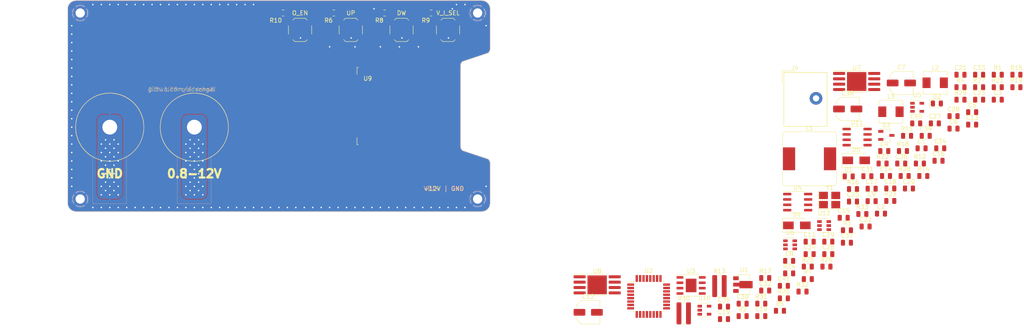
<source format=kicad_pcb>
(kicad_pcb (version 20200809) (host pcbnew "(5.99.0-2671-gfc0a358ba)")
  (layers (0 "F.Cu" signal) (31 "B.Cu" signal) (34 "B.Paste" user) (35 "F.Paste" user) (36 "B.SilkS" user) (37 "F.SilkS" user) (38 "B.Mask" user) (39 "F.Mask" user) (44 "Edge.Cuts" user))
  (net 0 "")
  (net 1 "+VSW")
  (net 2 "GND")
  (net 3 "Net-(C2-Pad2)")
  (net 4 "Net-(C6-Pad2)")
  (net 5 "Net-(C6-Pad1)")
  (net 6 "+5V")
  (net 7 "Net-(C8-Pad2)")
  (net 8 "Net-(C13-Pad2)")
  (net 9 "Net-(C13-Pad1)")
  (net 10 "Net-(C15-Pad2)")
  (net 11 "Net-(C16-Pad2)")
  (net 12 "Net-(C17-Pad2)")
  (net 13 "Net-(D1-Pad2)")
  (net 14 "Net-(D1-Pad1)")
  (net 15 "Net-(D2-Pad2)")
  (net 16 "Net-(D2-Pad1)")
  (net 17 "/RST")
  (net 18 "/MOSI")
  (net 19 "/SCK")
  (net 20 "/MISO")
  (net 21 "VDC")
  (net 22 "/REG_EN")
  (net 23 "Net-(R12-Pad1)")
  (net 24 "Net-(R14-Pad1)")
  (net 25 "Net-(R15-Pad1)")
  (net 26 "Net-(R16-Pad1)")
  (net 27 "/I_SENSE")
  (net 28 "Net-(R19-Pad2)")
  (net 29 "/V_FB")
  (net 30 "/~POT_CS")
  (net 31 "/POT_U~D")
  (net 32 "/SCL0")
  (net 33 "/SDA0")
  (net 34 "Net-(U2-Pad26)")
  (net 35 "Net-(U2-Pad25)")
  (net 36 "/V_SENSE")
  (net 37 "/~SS")
  (net 38 "Net-(U2-Pad13)")
  (net 39 "Net-(U2-Pad12)")
  (net 40 "Net-(U2-Pad11)")
  (net 41 "Net-(U4-Pad3)")
  (net 42 "/SW3")
  (net 43 "/SW4")
  (net 44 "Net-(U2-Pad9)")
  (net 45 "Net-(U2-Pad10)")
  (net 46 "/SW1")
  (net 47 "/SW2")
  (net 48 "VDD")
  (net 49 "Net-(C26-Pad2)")
  (net 50 "Net-(C26-Pad1)")
  (net 51 "Net-(C27-Pad2)")
  (net 52 "Net-(C27-Pad1)")
  (net 53 "Net-(C28-Pad1)")
  (net 54 "Net-(C29-Pad1)")
  (net 55 "Net-(C30-Pad2)")
  (net 56 "Net-(C30-Pad1)")
  (net 57 "Net-(C31-Pad2)")
  (net 58 "Net-(C31-Pad1)")
  (net 59 "+3V3")
  (net 60 "Net-(C35-Pad1)")
  (net 61 "Net-(R3-Pad2)")
  (net 62 "Net-(R11-Pad2)")
  (net 63 "Net-(R26-Pad2)")
  (net 64 "Net-(R28-Pad1)")
  (net 65 "Net-(R32-Pad2)")
  (net 66 "Net-(U9-Pad1)")
  (net 67 "Net-(U9-Pad15)")
  (net 68 "Net-(U9-Pad16)")
  (net 69 "Net-(U9-Pad17)")
  (net 70 "Net-(U9-Pad18)")
  (net 71 "Net-(U9-Pad19)")
  (net 72 "Net-(U9-Pad20)")
  (net 73 "Net-(U9-Pad21)")
  (net 74 "Net-(U9-Pad22)")
  (net 75 "Net-(U9-Pad23)")
  (net 76 "Net-(U9-Pad24)")
  (net 77 "Net-(U9-Pad3)")
  (net 78 "Net-(U9-Pad4)")
  (net 79 "Net-(U9-Pad5)")
  (net 80 "Net-(U9-Pad6)")
  (net 81 "Net-(U9-Pad7)")
  (net 82 "Net-(U9-Pad8)")
  (net 83 "Net-(U9-Pad9)")
  (net 84 "Net-(U9-Pad10)")
  (net 85 "Net-(U9-Pad11)")
  (net 86 "Net-(U9-Pad12)")
  (net 87 "Net-(U9-Pad13)")
  (net 88 "Net-(U9-Pad14)")
  (net 89 "Net-(U9-Pad38)")
  (net 90 "Net-(U9-Pad37)")
  (net 91 "Net-(U9-Pad36)")
  (net 92 "Net-(U9-Pad35)")
  (net 93 "Net-(U9-Pad34)")
  (net 94 "Net-(U9-Pad33)")
  (net 95 "Net-(U9-Pad32)")
  (net 96 "Net-(U9-Pad31)")
  (net 97 "Net-(U9-Pad30)")
  (net 98 "Net-(U9-Pad29)")
  (net 99 "Net-(U9-Pad28)")
  (net 100 "Net-(U9-Pad27)")
  (net 101 "Net-(U9-Pad25)")
  (net 102 "Net-(U9-Pad39)")
  (net 103 "Net-(U9-Pad40)")
  (net 104 "Net-(U9-Pad41)")
  (net 105 "Net-(U11-Pad3)")
  (module "Resistor_SMD:R_0805_2012Metric" (layer "F.Cu") (at 196.35 66.38)
    (fp_text reference "R3" (at 0 -1.65) (layer "F.SilkS"))
    (fp_text value "150K")
    (pad "1" smd roundrect (at -0.9375 0) (size 0.975 1.4) (layers "F.Cu" "F.Paste" "F.Mask") (net 48 "VDD"))
    (pad "2" smd roundrect (at 0.9375 0) (size 0.975 1.4) (layers "F.Cu" "F.Paste" "F.Mask") (net 61 "Net-(R3-Pad2)"))
  )
  (module "Capacitor_SMD:C_0805_2012Metric" (layer "F.Cu") (at 212.73 41.1)
    (fp_text reference "C40" (at 0 -1.65) (layer "F.SilkS"))
    (fp_text value "C_Small")
    (pad "1" smd roundrect (at -0.9375 0) (size 0.975 1.4) (layers "F.Cu" "F.Paste" "F.Mask") (net 59 "+3V3"))
    (pad "2" smd roundrect (at 0.9375 0) (size 0.975 1.4) (layers "F.Cu" "F.Paste" "F.Mask") (net 2 "GND"))
  )
  (module "MountingHole:MountingHole_2.2mm_M2_ISO7380_Pad" (layer "F.Cu") (at 109 59)
    (fp_text reference "H3" (at 0 0) (layer "F.SilkS"))
    (fp_text value "MountingHole_Pad")
    (pad "1" thru_hole circle (at 0 0) (size 3.5 3.5) (drill 2.2) (layers *.Cu *.Mask) (net 2 "GND"))
  )
  (module "Capacitor_SMD:C_0805_2012Metric" (layer "F.Cu") (at 177.02 80.64)
    (fp_text reference "C32" (at 0 -1.65) (layer "F.SilkS"))
    (fp_text value "10pF")
    (pad "1" smd roundrect (at -0.9375 0) (size 0.975 1.4) (layers "F.Cu" "F.Paste" "F.Mask") (net 56 "Net-(C30-Pad1)"))
    (pad "2" smd roundrect (at 0.9375 0) (size 0.975 1.4) (layers "F.Cu" "F.Paste" "F.Mask") (net 2 "GND"))
  )
  (module "MountingHole:MountingHole_2.2mm_M2_ISO7380_Pad" (layer "F.Cu") (at 109 15)
    (fp_text reference "H2" (at 0 0) (layer "F.SilkS"))
    (fp_text value "MountingHole_Pad")
    (pad "1" thru_hole circle (at 0 0) (size 3.5 3.5) (drill 2.2) (layers *.Cu *.Mask) (net 2 "GND"))
  )
  (module "Resistor_SMD:R_0805_2012Metric" (layer "F.Cu") (at 199.99 62.54)
    (fp_text reference "R33" (at 0 -1.65) (layer "F.SilkS"))
    (fp_text value "10K")
    (pad "1" smd roundrect (at -0.9375 0) (size 0.975 1.4) (layers "F.Cu" "F.Paste" "F.Mask") (net 2 "GND"))
    (pad "2" smd roundrect (at 0.9375 0) (size 0.975 1.4) (layers "F.Cu" "F.Paste" "F.Mask") (net 65 "Net-(R32-Pad2)"))
  )
  (module "Package_SO:SOP-8-1EP_4.57x4.57mm_P1.27mm_EP4.57x4.45mm" (layer "F.Cu") (at 137.27 79.29)
    (fp_text reference "U8" (at 0 -3.24) (layer "F.SilkS"))
    (fp_text value "TPS45332")
    (pad "1" smd roundrect (at -4.15 -1.905) (size 2.85 0.7) (layers "F.Cu" "F.Paste" "F.Mask") (net 51 "Net-(C27-Pad2)"))
    (pad "2" smd roundrect (at -4.15 -0.635) (size 2.85 0.7) (layers "F.Cu" "F.Paste" "F.Mask") (net 48 "VDD"))
    (pad "3" smd roundrect (at -4.15 0.635) (size 2.85 0.7) (layers "F.Cu" "F.Paste" "F.Mask") (net 62 "Net-(R11-Pad2)"))
    (pad "4" smd roundrect (at -4.15 1.905) (size 2.85 0.7) (layers "F.Cu" "F.Paste" "F.Mask") (net 54 "Net-(C29-Pad1)"))
    (pad "5" smd roundrect (at 4.15 1.905) (size 2.85 0.7) (layers "F.Cu" "F.Paste" "F.Mask") (net 29 "/V_FB"))
    (pad "6" smd roundrect (at 4.15 0.635) (size 2.85 0.7) (layers "F.Cu" "F.Paste" "F.Mask") (net 58 "Net-(C31-Pad1)"))
    (pad "7" smd roundrect (at 4.15 -0.635) (size 2.85 0.7) (layers "F.Cu" "F.Paste" "F.Mask") (net 2 "GND"))
    (pad "8" smd roundrect (at 4.15 -1.905) (size 2.85 0.7) (layers "F.Cu" "F.Paste" "F.Mask") (net 52 "Net-(C27-Pad1)"))
    (pad "9" smd rect (at 0 0) (size 4.57 4.45) (layers "F.Cu" "F.Mask"))
  )
  (module "Resistor_SMD:R_0805_2012Metric" (layer "F.Cu") (at 236.43 29.6)
    (fp_text reference "R15" (at 0 -1.65) (layer "F.SilkS"))
    (fp_text value "1.5K")
    (pad "1" smd roundrect (at -0.9375 0) (size 0.975 1.4) (layers "F.Cu" "F.Paste" "F.Mask") (net 25 "Net-(R15-Pad1)"))
    (pad "2" smd roundrect (at 0.9375 0) (size 0.975 1.4) (layers "F.Cu" "F.Paste" "F.Mask") (net 24 "Net-(R14-Pad1)"))
  )
  (module "Package_TO_SOT_SMD:SOT-23-5" (layer "F.Cu") (at 212.95 37.3)
    (fp_text reference "U5" (at 0 -2.9) (layer "F.SilkS"))
    (fp_text value "INA138")
    (pad "1" smd rect (at -1.1 -0.95) (size 1.06 0.65) (layers "F.Cu" "F.Paste" "F.Mask") (net 27 "/I_SENSE"))
    (pad "2" smd rect (at -1.1 0) (size 1.06 0.65) (layers "F.Cu" "F.Paste" "F.Mask") (net 2 "GND"))
    (pad "3" smd rect (at -1.1 0.95) (size 1.06 0.65) (layers "F.Cu" "F.Paste" "F.Mask") (net 11 "Net-(C16-Pad2)"))
    (pad "4" smd rect (at 1.1 0.95) (size 1.06 0.65) (layers "F.Cu" "F.Paste" "F.Mask") (net 21 "VDC"))
    (pad "5" smd rect (at 1.1 -0.95) (size 1.06 0.65) (layers "F.Cu" "F.Paste" "F.Mask") (net 6 "+5V"))
  )
  (module "Capacitor_SMD:C_0805_2012Metric" (layer "F.Cu") (at 171.68 83.74)
    (fp_text reference "C30" (at 0 -1.65) (layer "F.SilkS"))
    (fp_text value "180pF")
    (pad "1" smd roundrect (at -0.9375 0) (size 0.975 1.4) (layers "F.Cu" "F.Paste" "F.Mask") (net 56 "Net-(C30-Pad1)"))
    (pad "2" smd roundrect (at 0.9375 0) (size 0.975 1.4) (layers "F.Cu" "F.Paste" "F.Mask") (net 55 "Net-(C30-Pad2)"))
  )
  (module "Diode_SMD:D_SMA" (layer "F.Cu") (at 184.5 65.23)
    (fp_text reference "D4" (at 0 -2.5) (layer "F.SilkS"))
    (fp_text value "B320")
    (pad "1" smd rect (at -2 0) (size 2.5 1.8) (layers "F.Cu" "F.Paste" "F.Mask") (net 50 "Net-(C26-Pad1)"))
    (pad "2" smd rect (at 2 0) (size 2.5 1.8) (layers "F.Cu" "F.Paste" "F.Mask") (net 2 "GND"))
  )
  (module "Capacitor_SMD:C_0805_2012Metric" (layer "F.Cu") (at 176.09 86.69)
    (fp_text reference "C10" (at 0 -1.65) (layer "F.SilkS"))
    (fp_text value "100nF")
    (pad "1" smd roundrect (at -0.9375 0) (size 0.975 1.4) (layers "F.Cu" "F.Paste" "F.Mask") (net 2 "GND"))
    (pad "2" smd roundrect (at 0.9375 0) (size 0.975 1.4) (layers "F.Cu" "F.Paste" "F.Mask") (net 6 "+5V"))
  )
  (module "Capacitor_SMD:C_Elec_5x5.4" (layer "F.Cu") (at 196.53 37.7)
    (fp_text reference "C38" (at 0 -3.7) (layer "F.SilkS"))
    (fp_text value "10uF")
    (pad "1" smd roundrect (at -2.0625 0) (size 2.775 1.6) (layers "F.Cu" "F.Paste" "F.Mask") (roundrect_rratio 0.15625) (net 2 "GND"))
    (pad "2" smd roundrect (at 2.0625 0) (size 2.775 1.6) (layers "F.Cu" "F.Paste" "F.Mask") (roundrect_rratio 0.15625) (net 21 "VDC"))
  )
  (module "Crystal:Crystal_SMD_SeikoEpson_TSX3225-4Pin_3.2x2.5mm_HandSoldering" (layer "F.Cu") (at 192.25 59.23)
    (fp_text reference "Y1" (at 0 -2.95) (layer "F.SilkS"))
    (fp_text value "16MHz")
    (pad "1" smd rect (at -1.45 1.0875) (size 2.1 1.725) (layers "F.Cu" "F.Paste" "F.Mask") (net 10 "Net-(C15-Pad2)"))
    (pad "2" smd rect (at 1.45 1.0875) (size 2.1 1.725) (layers "F.Cu" "F.Paste" "F.Mask") (net 2 "GND"))
    (pad "3" smd rect (at 1.45 -1.0875) (size 2.1 1.725) (layers "F.Cu" "F.Paste" "F.Mask") (net 12 "Net-(C17-Pad2)"))
    (pad "4" smd rect (at -1.45 -1.0875) (size 2.1 1.725) (layers "F.Cu" "F.Paste" "F.Mask") (net 2 "GND"))
  )
  (module "Capacitor_SMD:C_0805_2012Metric" (layer "F.Cu") (at 200.76 65.49)
    (fp_text reference "C22" (at 0 -1.65) (layer "F.SilkS"))
    (fp_text value "10μF")
    (pad "1" smd roundrect (at -0.9375 0) (size 0.975 1.4) (layers "F.Cu" "F.Paste" "F.Mask") (net 48 "VDD"))
    (pad "2" smd roundrect (at 0.9375 0) (size 0.975 1.4) (layers "F.Cu" "F.Paste" "F.Mask") (net 2 "GND"))
  )
  (module "Package_SO:SOIC-8-1EP_3.9x4.9mm_P1.27mm_EP2.514x3.2mm" (layer "F.Cu") (at 159.49 79.44)
    (fp_text reference "U3" (at 0 -3.4) (layer "F.SilkS"))
    (fp_text value "TPS54531DDAR")
    (pad "1" smd roundrect (at -2.6375 -1.905) (size 1.625 0.6) (layers "F.Cu" "F.Paste" "F.Mask") (net 5 "Net-(C6-Pad1)"))
    (pad "2" smd roundrect (at -2.6375 -0.635) (size 1.625 0.6) (layers "F.Cu" "F.Paste" "F.Mask") (net 1 "+VSW"))
    (pad "3" smd roundrect (at -2.6375 0.635) (size 1.625 0.6) (layers "F.Cu" "F.Paste" "F.Mask") (net 22 "/REG_EN"))
    (pad "4" smd roundrect (at -2.6375 1.905) (size 1.625 0.6) (layers "F.Cu" "F.Paste" "F.Mask") (net 7 "Net-(C8-Pad2)"))
    (pad "5" smd roundrect (at 2.6375 1.905) (size 1.625 0.6) (layers "F.Cu" "F.Paste" "F.Mask") (net 29 "/V_FB"))
    (pad "6" smd roundrect (at 2.6375 0.635) (size 1.625 0.6) (layers "F.Cu" "F.Paste" "F.Mask") (net 8 "Net-(C13-Pad2)"))
    (pad "7" smd roundrect (at 2.6375 -0.635) (size 1.625 0.6) (layers "F.Cu" "F.Paste" "F.Mask") (net 2 "GND"))
    (pad "8" smd roundrect (at 2.6375 -1.905) (size 1.625 0.6) (layers "F.Cu" "F.Paste" "F.Mask") (net 4 "Net-(C6-Pad2)"))
    (pad "9" smd rect (at 0 0) (size 2.514 3.2) (layers "F.Cu" "F.Mask") (net 2 "GND"))
  )
  (module "Capacitor_SMD:C_0805_2012Metric" (layer "F.Cu") (at 214 47)
    (fp_text reference "C1" (at 0 -1.65) (layer "F.SilkS"))
    (fp_text value "10nF")
    (pad "1" smd roundrect (at -0.9375 0) (size 0.975 1.4) (layers "F.Cu" "F.Paste" "F.Mask") (net 2 "GND"))
    (pad "2" smd roundrect (at 0.9375 0) (size 0.975 1.4) (layers "F.Cu" "F.Paste" "F.Mask") (net 1 "+VSW"))
  )
  (module "Capacitor_SMD:C_0805_2012Metric" (layer "F.Cu") (at 205.18 47.65)
    (fp_text reference "C4" (at 0 -1.65) (layer "F.SilkS"))
    (fp_text value "4.7µF")
    (pad "1" smd roundrect (at -0.9375 0) (size 0.975 1.4) (layers "F.Cu" "F.Paste" "F.Mask") (net 2 "GND"))
    (pad "2" smd roundrect (at 0.9375 0) (size 0.975 1.4) (layers "F.Cu" "F.Paste" "F.Mask") (net 1 "+VSW"))
  )
  (module "Capacitor_SMD:C_0805_2012Metric" (layer "F.Cu") (at 197.78 59.59)
    (fp_text reference "C25" (at 0 -1.65) (layer "F.SilkS"))
    (fp_text value "10μF")
    (pad "1" smd roundrect (at -0.9375 0) (size 0.975 1.4) (layers "F.Cu" "F.Paste" "F.Mask") (net 48 "VDD"))
    (pad "2" smd roundrect (at 0.9375 0) (size 0.975 1.4) (layers "F.Cu" "F.Paste" "F.Mask") (net 2 "GND"))
  )
  (module "Capacitor_SMD:C_0805_2012Metric" (layer "F.Cu") (at 225.96 41.4)
    (fp_text reference "C13" (at 0 -1.65) (layer "F.SilkS"))
    (fp_text value "2.2nF")
    (pad "1" smd roundrect (at -0.9375 0) (size 0.975 1.4) (layers "F.Cu" "F.Paste" "F.Mask") (net 9 "Net-(C13-Pad1)"))
    (pad "2" smd roundrect (at 0.9375 0) (size 0.975 1.4) (layers "F.Cu" "F.Paste" "F.Mask") (net 8 "Net-(C13-Pad2)"))
  )
  (module "Capacitor_SMD:C_0805_2012Metric" (layer "F.Cu") (at 227.61 35.5)
    (fp_text reference "C23" (at 0 -1.65) (layer "F.SilkS"))
    (fp_text value "10μF")
    (pad "1" smd roundrect (at -0.9375 0) (size 0.975 1.4) (layers "F.Cu" "F.Paste" "F.Mask") (net 48 "VDD"))
    (pad "2" smd roundrect (at 0.9375 0) (size 0.975 1.4) (layers "F.Cu" "F.Paste" "F.Mask") (net 2 "GND"))
  )
  (module "Capacitor_SMD:C_0805_2012Metric" (layer "F.Cu") (at 195.58 63.43)
    (fp_text reference "C15" (at 0 -1.65) (layer "F.SilkS"))
    (fp_text value "22pF")
    (pad "1" smd roundrect (at -0.9375 0) (size 0.975 1.4) (layers "F.Cu" "F.Paste" "F.Mask") (net 2 "GND"))
    (pad "2" smd roundrect (at 0.9375 0) (size 0.975 1.4) (layers "F.Cu" "F.Paste" "F.Mask") (net 10 "Net-(C15-Pad2)"))
  )
  (module "Button_Switch_SMD:SW_SPST_TL3342" (layer "F.Cu") (at 91 19)
    (fp_text reference "SW2" hide)
    (fp_text value "DW" (at 0 -4) (layer "F.SilkS"))
    (pad "1" smd rect (at -3.15 -1.9) (size 1.7 1) (layers "F.Cu" "F.Paste" "F.Mask") (net 47 "/SW2"))
    (pad "1" smd rect (at 3.15 -1.9) (size 1.7 1) (layers "F.Cu" "F.Paste" "F.Mask") (net 47 "/SW2"))
    (pad "2" smd rect (at 3.15 1.9) (size 1.7 1) (layers "F.Cu" "F.Paste" "F.Mask") (net 2 "GND"))
    (pad "2" smd rect (at -3.15 1.9) (size 1.7 1) (layers "F.Cu" "F.Paste" "F.Mask") (net 2 "GND"))
  )
  (module "Package_SO:SOP-8-1EP_4.57x4.57mm_P1.27mm_EP4.57x4.45mm" (layer "F.Cu") (at 198.65 31.2)
    (fp_text reference "U7" (at 0 -3.24) (layer "F.SilkS"))
    (fp_text value "TPS45332")
    (pad "1" smd roundrect (at -4.15 -1.905) (size 2.85 0.7) (layers "F.Cu" "F.Paste" "F.Mask") (net 49 "Net-(C26-Pad2)"))
    (pad "2" smd roundrect (at -4.15 -0.635) (size 2.85 0.7) (layers "F.Cu" "F.Paste" "F.Mask") (net 48 "VDD"))
    (pad "3" smd roundrect (at -4.15 0.635) (size 2.85 0.7) (layers "F.Cu" "F.Paste" "F.Mask") (net 61 "Net-(R3-Pad2)"))
    (pad "4" smd roundrect (at -4.15 1.905) (size 2.85 0.7) (layers "F.Cu" "F.Paste" "F.Mask") (net 53 "Net-(C28-Pad1)"))
    (pad "5" smd roundrect (at 4.15 1.905) (size 2.85 0.7) (layers "F.Cu" "F.Paste" "F.Mask") (net 63 "Net-(R26-Pad2)"))
    (pad "6" smd roundrect (at 4.15 0.635) (size 2.85 0.7) (layers "F.Cu" "F.Paste" "F.Mask") (net 56 "Net-(C30-Pad1)"))
    (pad "7" smd roundrect (at 4.15 -0.635) (size 2.85 0.7) (layers "F.Cu" "F.Paste" "F.Mask") (net 2 "GND"))
    (pad "8" smd roundrect (at 4.15 -1.905) (size 2.85 0.7) (layers "F.Cu" "F.Paste" "F.Mask") (net 50 "Net-(C26-Pad1)"))
    (pad "9" smd rect (at 0 0) (size 4.57 4.45) (layers "F.Cu" "F.Mask"))
  )
  (module "LOGO" (layer "F.Cu") (at 39 29)
    (fp_text reference "G***" hide)
    (fp_text value "LOGO" hide)
  )
  (module "Resistor_SMD:R_0805_2012Metric" (layer "F.Cu") (at 63 15)
    (fp_text reference "R10" (at -1.75 1.75) (layer "F.SilkS"))
    (fp_text value "10K")
    (pad "1" smd roundrect (at -0.9375 0) (size 0.975 1.4) (layers "F.Cu" "F.Paste" "F.Mask") (net 6 "+5V"))
    (pad "2" smd roundrect (at 0.9375 0) (size 0.975 1.4) (layers "F.Cu" "F.Paste" "F.Mask") (net 43 "/SW4"))
  )
  (module "Capacitor_SMD:C_0805_2012Metric" (layer "F.Cu") (at 232.02 35.5)
    (fp_text reference "C3" (at 0 -1.65) (layer "F.SilkS"))
    (fp_text value "100nF")
    (pad "1" smd roundrect (at -0.9375 0) (size 0.975 1.4) (layers "F.Cu" "F.Paste" "F.Mask") (net 2 "GND"))
    (pad "2" smd roundrect (at 0.9375 0) (size 0.975 1.4) (layers "F.Cu" "F.Paste" "F.Mask") (net 1 "+VSW"))
  )
  (module "Capacitor_SMD:C_0805_2012Metric" (layer "F.Cu") (at 217.14 41.1)
    (fp_text reference "C27" (at 0 -1.65) (layer "F.SilkS"))
    (fp_text value "100nF")
    (pad "1" smd roundrect (at -0.9375 0) (size 0.975 1.4) (layers "F.Cu" "F.Paste" "F.Mask") (net 52 "Net-(C27-Pad1)"))
    (pad "2" smd roundrect (at 0.9375 0) (size 0.975 1.4) (layers "F.Cu" "F.Paste" "F.Mask") (net 51 "Net-(C27-Pad2)"))
  )
  (module "Capacitor_SMD:C_0805_2012Metric" (layer "F.Cu") (at 204.4 62.45)
    (fp_text reference "C2" (at 0 -1.65) (layer "F.SilkS"))
    (fp_text value "100nF")
    (pad "1" smd roundrect (at -0.9375 0) (size 0.975 1.4) (layers "F.Cu" "F.Paste" "F.Mask") (net 2 "GND"))
    (pad "2" smd roundrect (at 0.9375 0) (size 0.975 1.4) (layers "F.Cu" "F.Paste" "F.Mask") (net 3 "Net-(C2-Pad2)"))
  )
  (module "Resistor_SMD:R_0805_2012Metric" (layer "F.Cu") (at 75 15)
    (fp_text reference "R6" (at -1.25 1.75) (layer "F.SilkS"))
    (fp_text value "10K")
    (pad "1" smd roundrect (at -0.9375 0) (size 0.975 1.4) (layers "F.Cu" "F.Paste" "F.Mask") (net 6 "+5V"))
    (pad "2" smd roundrect (at 0.9375 0) (size 0.975 1.4) (layers "F.Cu" "F.Paste" "F.Mask") (net 46 "/SW1"))
  )
  (module "Capacitor_SMD:C_0805_2012Metric" (layer "F.Cu") (at 187.53 69.08)
    (fp_text reference "C11" (at 0 -1.65) (layer "F.SilkS"))
    (fp_text value "100nF")
    (pad "1" smd roundrect (at -0.9375 0) (size 0.975 1.4) (layers "F.Cu" "F.Paste" "F.Mask") (net 2 "GND"))
    (pad "2" smd roundrect (at 0.9375 0) (size 0.975 1.4) (layers "F.Cu" "F.Paste" "F.Mask") (net 6 "+5V"))
  )
  (module "Button_Switch_SMD:SW_SPST_TL3342" (layer "F.Cu") (at 79 19)
    (fp_text reference "SW1" hide)
    (fp_text value "UP" (at 0 -4) (layer "F.SilkS"))
    (pad "1" smd rect (at -3.15 -1.9) (size 1.7 1) (layers "F.Cu" "F.Paste" "F.Mask") (net 46 "/SW1"))
    (pad "1" smd rect (at 3.15 -1.9) (size 1.7 1) (layers "F.Cu" "F.Paste" "F.Mask") (net 46 "/SW1"))
    (pad "2" smd rect (at -3.15 1.9) (size 1.7 1) (layers "F.Cu" "F.Paste" "F.Mask") (net 2 "GND"))
    (pad "2" smd rect (at 3.15 1.9) (size 1.7 1) (layers "F.Cu" "F.Paste" "F.Mask") (net 2 "GND"))
  )
  (module "Package_TO_SOT_SMD:SOT-23-6" (layer "F.Cu") (at 190.95 65.28)
    (fp_text reference "U12" (at 0 -2.9) (layer "F.SilkS"))
    (fp_text value "MCP4023-103ECH")
    (pad "1" smd rect (at -1.1 -0.95) (size 1.06 0.65) (layers "F.Cu" "F.Paste" "F.Mask") (net 6 "+5V"))
    (pad "2" smd rect (at -1.1 0) (size 1.06 0.65) (layers "F.Cu" "F.Paste" "F.Mask") (net 2 "GND"))
    (pad "3" smd rect (at -1.1 0.95) (size 1.06 0.65) (layers "F.Cu" "F.Paste" "F.Mask") (net 31 "/POT_U~D"))
    (pad "4" smd rect (at 1.1 0.95) (size 1.06 0.65) (layers "F.Cu" "F.Paste" "F.Mask") (net 30 "/~POT_CS"))
    (pad "5" smd rect (at 1.1 0) (size 1.06 0.65) (layers "F.Cu" "F.Paste" "F.Mask") (net 105 "Net-(U11-Pad3)"))
    (pad "6" smd rect (at 1.1 -0.95) (size 1.06 0.65) (layers "F.Cu" "F.Paste" "F.Mask") (net 64 "Net-(R28-Pad1)"))
  )
  (module "Resistor_SMD:R_1020_2550Metric" (layer "F.Cu") (at 166.19 79.59)
    (fp_text reference "R13" (at 0 -3.55) (layer "F.SilkS"))
    (fp_text value "0.01R")
    (pad "1" smd roundrect (at -1.125 0) (size 1.15 5.2) (layers "F.Cu" "F.Paste" "F.Mask") (roundrect_rratio 0.217391) (net 21 "VDC"))
    (pad "2" smd roundrect (at 1.125 0) (size 1.15 5.2) (layers "F.Cu" "F.Paste" "F.Mask") (roundrect_rratio 0.217391) (net 11 "Net-(C16-Pad2)"))
  )
  (module "Capacitor_SMD:C_0805_2012Metric" (layer "F.Cu") (at 218.41 47)
    (fp_text reference "C34" (at 0 -1.65) (layer "F.SilkS"))
    (fp_text value "47µF")
    (pad "1" smd roundrect (at -0.9375 0) (size 0.975 1.4) (layers "F.Cu" "F.Paste" "F.Mask") (net 59 "+3V3"))
    (pad "2" smd roundrect (at 0.9375 0) (size 0.975 1.4) (layers "F.Cu" "F.Paste" "F.Mask") (net 2 "GND"))
  )
  (module "Resistor_SMD:R_0805_2012Metric" (layer "F.Cu") (at 232.02 32.55)
    (fp_text reference "R21" (at 0 -1.65) (layer "F.SilkS"))
    (fp_text value "18K")
    (pad "1" smd roundrect (at -0.9375 0) (size 0.975 1.4) (layers "F.Cu" "F.Paste" "F.Mask") (net 62 "Net-(R11-Pad2)"))
    (pad "2" smd roundrect (at 0.9375 0) (size 0.975 1.4) (layers "F.Cu" "F.Paste" "F.Mask") (net 2 "GND"))
  )
  (module "Resistor_SMD:R_0805_2012Metric" (layer "F.Cu") (at 187.09 74.98)
    (fp_text reference "R25" (at 0 -1.65) (layer "F.SilkS"))
    (fp_text value "75K")
    (pad "1" smd roundrect (at -0.9375 0) (size 0.975 1.4) (layers "F.Cu" "F.Paste" "F.Mask") (net 57 "Net-(C31-Pad2)"))
    (pad "2" smd roundrect (at 0.9375 0) (size 0.975 1.4) (layers "F.Cu" "F.Paste" "F.Mask") (net 2 "GND"))
  )
  (module "Capacitor_SMD:C_0805_2012Metric" (layer "F.Cu") (at 182.68 73.63)
    (fp_text reference "C8" (at 0 -1.65) (layer "F.SilkS"))
    (fp_text value "10nF")
    (pad "1" smd roundrect (at -0.9375 0) (size 0.975 1.4) (layers "F.Cu" "F.Paste" "F.Mask") (net 2 "GND"))
    (pad "2" smd roundrect (at 0.9375 0) (size 0.975 1.4) (layers "F.Cu" "F.Paste" "F.Mask") (net 7 "Net-(C8-Pad2)"))
  )
  (module "Capacitor_SMD:C_0805_2012Metric" (layer "F.Cu") (at 201.18 53.6)
    (fp_text reference "C31" (at 0 -1.65) (layer "F.SilkS"))
    (fp_text value "180pF")
    (pad "1" smd roundrect (at -0.9375 0) (size 0.975 1.4) (layers "F.Cu" "F.Paste" "F.Mask") (net 58 "Net-(C31-Pad1)"))
    (pad "2" smd roundrect (at 0.9375 0) (size 0.975 1.4) (layers "F.Cu" "F.Paste" "F.Mask") (net 57 "Net-(C31-Pad2)"))
  )
  (module "Resistor_SMD:R_0805_2012Metric" (layer "F.Cu") (at 236.43 32.55)
    (fp_text reference "R19" (at 0 -1.65) (layer "F.SilkS"))
    (fp_text value "14K")
    (pad "1" smd roundrect (at -0.9375 0) (size 0.975 1.4) (layers "F.Cu" "F.Paste" "F.Mask") (net 29 "/V_FB"))
    (pad "2" smd roundrect (at 0.9375 0) (size 0.975 1.4) (layers "F.Cu" "F.Paste" "F.Mask") (net 28 "Net-(R19-Pad2)"))
  )
  (module "Binding_Post:Binding_Post" (layer "F.Cu") (at 22 42)
    (fp_text reference "J3" hide)
    (fp_text value "Conn_01x01" hide)
    (pad "1" smd roundrect (at 0 7) (size 6 20) (layers "B.Cu" "B.Paste" "B.Mask") (chamfer_ratio 0.2) (chamfer) (net 2 "GND"))
    (pad "1" thru_hole circle (at 0 0) (size 5 5) (drill 3.5) (layers *.Cu *.Mask) (net 2 "GND"))
  )
  (module "Resistor_SMD:R_0805_2012Metric" (layer "F.Cu") (at 191.5 74.98)
    (fp_text reference "R26" (at 0 -1.65) (layer "F.SilkS"))
    (fp_text value "10K")
    (pad "1" smd roundrect (at -0.9375 0) (size 0.975 1.4) (layers "F.Cu" "F.Paste" "F.Mask") (net 59 "+3V3"))
    (pad "2" smd roundrect (at 0.9375 0) (size 0.975 1.4) (layers "F.Cu" "F.Paste" "F.Mask") (net 63 "Net-(R26-Pad2)"))
  )
  (module "MountingHole:MountingHole_2.2mm_M2_ISO7380_Pad" (layer "F.Cu") (at 15 59)
    (fp_text reference "H4" (at 0 0) (layer "F.SilkS"))
    (fp_text value "MountingHole_Pad")
    (pad "1" thru_hole circle (at 0 0) (size 3.5 3.5) (drill 2.2) (layers *.Cu *.Mask) (net 2 "GND"))
  )
  (module "Capacitor_SMD:C_0805_2012Metric" (layer "F.Cu") (at 167.27 84.44)
    (fp_text reference "C35" (at 0 -1.65) (layer "F.SilkS"))
    (fp_text value "47µF")
    (pad "1" smd roundrect (at -0.9375 0) (size 0.975 1.4) (layers "F.Cu" "F.Paste" "F.Mask") (net 60 "Net-(C35-Pad1)"))
    (pad "2" smd roundrect (at 0.9375 0) (size 0.975 1.4) (layers "F.Cu" "F.Paste" "F.Mask") (net 2 "GND"))
  )
  (module "Resistor_SMD:R_0805_2012Metric" (layer "F.Cu") (at 87 15)
    (fp_text reference "R8" (at -1.25 1.75) (layer "F.SilkS"))
    (fp_text value "10K")
    (pad "1" smd roundrect (at -0.9375 0) (size 0.975 1.4) (layers "F.Cu" "F.Paste" "F.Mask") (net 6 "+5V"))
    (pad "2" smd roundrect (at 0.9375 0) (size 0.975 1.4) (layers "F.Cu" "F.Paste" "F.Mask") (net 47 "/SW2"))
  )
  (module "Package_TO_SOT_SMD:SOT-89-3" (layer "F.Cu") (at 171.74 79.24)
    (fp_text reference "U1" (at 0.3 -3.5) (layer "F.SilkS"))
    (fp_text value "L78L08_SOT89")
    (pad "1" smd rect (at -1.65 -1.5) (size 1.3 0.9) (layers "F.Cu" "F.Paste" "F.Mask") (net 6 "+5V"))
    (pad "2" smd custom (at -1.5625 0) (size 1.475 0.9) (layers "F.Cu" "F.Paste" "F.Mask") (net 2 "GND") (options (clearance outline) (anchor rect)) (primitives (gr_poly (pts (xy 0.7375 -0.8665) (xy 3.8625 -0.8665) (xy 3.8625 0.8665) (xy 0.7375 0.8665)) (width 0))))
    (pad "3" smd rect (at -1.65 1.5) (size 1.3 0.9) (layers "F.Cu" "F.Paste" "F.Mask") (net 1 "+VSW"))
  )
  (module "Button_Switch_SMD:SW_SPST_TL3342" (layer "F.Cu") (at 102 19)
    (fp_text reference "SW3" hide)
    (fp_text value "V_I_SEL" (at 0 -4) (layer "F.SilkS"))
    (pad "1" smd rect (at 3.15 -1.9) (size 1.7 1) (layers "F.Cu" "F.Paste" "F.Mask") (net 42 "/SW3"))
    (pad "1" smd rect (at -3.15 -1.9) (size 1.7 1) (layers "F.Cu" "F.Paste" "F.Mask") (net 42 "/SW3"))
    (pad "2" smd rect (at 3.15 1.9) (size 1.7 1) (layers "F.Cu" "F.Paste" "F.Mask") (net 2 "GND"))
    (pad "2" smd rect (at -3.15 1.9) (size 1.7 1) (layers "F.Cu" "F.Paste" "F.Mask") (net 2 "GND"))
  )
  (module "Capacitor_SMD:C_0805_2012Metric" (layer "F.Cu") (at 181.43 79.53)
    (fp_text reference "C41" (at 0 -1.65) (layer "F.SilkS"))
    (fp_text value "C_Small")
    (pad "1" smd roundrect (at -0.9375 0) (size 0.975 1.4) (layers "F.Cu" "F.Paste" "F.Mask") (net 6 "+5V"))
    (pad "2" smd roundrect (at 0.9375 0) (size 0.975 1.4) (layers "F.Cu" "F.Paste" "F.Mask") (net 2 "GND"))
  )
  (module "RF_Module:ESP32-S2-WROVER" (layer "F.Cu") (at 92.265 37 -90)
    (fp_text reference "U9" (at -6.5 9.265) (layer "F.SilkS"))
    (fp_text value "ESP32-S2-WROVER-I")
    (pad "1" smd rect (at -8.625 -11.775 270) (size 1.5 0.9) (layers "F.Cu" "F.Paste" "F.Mask") (net 66 "Net-(U9-Pad1)"))
    (pad "2" smd rect (at -8.625 -10.275 270) (size 1.5 0.9) (layers "F.Cu" "F.Paste" "F.Mask") (net 59 "+3V3"))
    (pad "3" smd rect (at -8.625 -8.775 270) (size 1.5 0.9) (layers "F.Cu" "F.Paste" "F.Mask") (net 77 "Net-(U9-Pad3)"))
    (pad "4" smd rect (at -8.625 -7.275 270) (size 1.5 0.9) (layers "F.Cu" "F.Paste" "F.Mask") (net 78 "Net-(U9-Pad4)"))
    (pad "5" smd rect (at -8.625 -5.775 270) (size 1.5 0.9) (layers "F.Cu" "F.Paste" "F.Mask") (net 79 "Net-(U9-Pad5)"))
    (pad "6" smd rect (at -8.625 -4.275 270) (size 1.5 0.9) (layers "F.Cu" "F.Paste" "F.Mask") (net 80 "Net-(U9-Pad6)"))
    (pad "7" smd rect (at -8.625 -2.775 270) (size 1.5 0.9) (layers "F.Cu" "F.Paste" "F.Mask") (net 81 "Net-(U9-Pad7)"))
    (pad "8" smd rect (at -8.625 -1.275 270) (size 1.5 0.9) (layers "F.Cu" "F.Paste" "F.Mask") (net 82 "Net-(U9-Pad8)"))
    (pad "9" smd rect (at -8.625 0.225 270) (size 1.5 0.9) (layers "F.Cu" "F.Paste" "F.Mask") (net 83 "Net-(U9-Pad9)"))
    (pad "10" smd rect (at -8.625 1.725 270) (size 1.5 0.9) (layers "F.Cu" "F.Paste" "F.Mask") (net 84 "Net-(U9-Pad10)"))
    (pad "11" smd rect (at -8.625 3.225 270) (size 1.5 0.9) (layers "F.Cu" "F.Paste" "F.Mask") (net 85 "Net-(U9-Pad11)"))
    (pad "12" smd rect (at -8.625 4.725 270) (size 1.5 0.9) (layers "F.Cu" "F.Paste" "F.Mask") (net 86 "Net-(U9-Pad12)"))
    (pad "13" smd rect (at -8.625 6.225 270) (size 1.5 0.9) (layers "F.Cu" "F.Paste" "F.Mask") (net 87 "Net-(U9-Pad13)"))
    (pad "14" smd rect (at -8.625 7.725 270) (size 1.5 0.9) (layers "F.Cu" "F.Paste" "F.Mask") (net 88 "Net-(U9-Pad14)"))
    (pad "15" smd rect (at -8.625 9.225 90) (size 1.5 0.9) (layers "F.Cu" "F.Paste" "F.Mask") (net 67 "Net-(U9-Pad15)"))
    (pad "16" smd rect (at -8.625 10.725 90) (size 1.5 0.9) (layers "F.Cu" "F.Paste" "F.Mask") (net 68 "Net-(U9-Pad16)"))
    (pad "17" smd rect (at -6.75 11.475 270) (size 0.9 1.5) (layers "F.Cu" "F.Paste" "F.Mask") (net 69 "Net-(U9-Pad17)"))
    (pad "18" smd rect (at -5.25 11.475 270) (size 0.9 1.5) (layers "F.Cu" "F.Paste" "F.Mask") (net 70 "Net-(U9-Pad18)"))
    (pad "19" smd rect (at -3.75 11.475 270) (size 0.9 1.5) (layers "F.Cu" "F.Paste" "F.Mask") (net 71 "Net-(U9-Pad19)"))
    (pad "20" smd rect (at -2.25 11.475 270) (size 0.9 1.5) (layers "F.Cu" "F.Paste" "F.Mask") (net 72 "Net-(U9-Pad20)"))
    (pad "21" smd rect (at -0.75 11.475 270) (size 0.9 1.5) (layers "F.Cu" "F.Paste" "F.Mask") (net 73 "Net-(U9-Pad21)"))
    (pad "22" smd rect (at 0.75 11.475 270) (size 0.9 1.5) (layers "F.Cu" "F.Paste" "F.Mask") (net 74 "Net-(U9-Pad22)"))
    (pad "23" smd rect (at 2.25 11.475 270) (size 0.9 1.5) (layers "F.Cu" "F.Paste" "F.Mask") (net 75 "Net-(U9-Pad23)"))
    (pad "24" smd rect (at 3.75 11.475 270) (size 0.9 1.5) (layers "F.Cu" "F.Paste" "F.Mask") (net 76 "Net-(U9-Pad24)"))
    (pad "25" smd rect (at 5.25 11.475 270) (size 0.9 1.5) (layers "F.Cu" "F.Paste" "F.Mask") (net 101 "Net-(U9-Pad25)"))
    (pad "26" smd rect (at 6.75 11.475 270) (size 0.9 1.5) (layers "F.Cu" "F.Paste" "F.Mask") (net 66 "Net-(U9-Pad1)"))
    (pad "27" smd rect (at 8.625 10.825 270) (size 1.5 0.9) (layers "F.Cu" "F.Paste" "F.Mask") (net 100 "Net-(U9-Pad27)"))
    (pad "28" smd rect (at 8.625 9.325 270) (size 1.5 0.9) (layers "F.Cu" "F.Paste" "F.Mask") (net 99 "Net-(U9-Pad28)"))
    (pad "29" smd rect (at 8.625 7.825 270) (size 1.5 0.9) (layers "F.Cu" "F.Paste" "F.Mask") (net 98 "Net-(U9-Pad29)"))
    (pad "30" smd rect (at 8.625 6.325 270) (size 1.5 0.9) (layers "F.Cu" "F.Paste" "F.Mask") (net 97 "Net-(U9-Pad30)"))
    (pad "31" smd rect (at 8.625 4.825 270) (size 1.5 0.9) (layers "F.Cu" "F.Paste" "F.Mask") (net 96 "Net-(U9-Pad31)"))
    (pad "32" smd rect (at 8.625 3.325 270) (size 1.5 0.9) (layers "F.Cu" "F.Paste" "F.Mask") (net 95 "Net-(U9-Pad32)"))
    (pad "33" smd rect (at 8.625 1.825 270) (size 1.5 0.9) (layers "F.Cu" "F.Paste" "F.Mask") (net 94 "Net-(U9-Pad33)"))
    (pad "34" smd rect (at 8.625 0.325 270) (size 1.5 0.9) (layers "F.Cu" "F.Paste" "F.Mask") (net 93 "Net-(U9-Pad34)"))
    (pad "35" smd rect (at 8.625 -1.175 270) (size 1.5 0.9) (layers "F.Cu" "F.Paste" "F.Mask") (net 92 "Net-(U9-Pad35)"))
    (pad "36" smd rect (at 8.625 -2.675 270) (size 1.5 0.9) (layers "F.Cu" "F.Paste" "F.Mask") (net 91 "Net-(U9-Pad36)"))
    (pad "37" smd rect (at 8.625 -4.175 270) (size 1.5 0.9) (layers "F.Cu" "F.Paste" "F.Mask") (net 90 "Net-(U9-Pad37)"))
    (pad "38" smd rect (at 8.625 -5.675 270) (size 1.5 0.9) (layers "F.Cu" "F.Paste" "F.Mask") (net 89 "Net-(U9-Pad38)"))
    (pad "39" smd rect (at 8.625 -7.175 270) (size 1.5 0.9) (layers "F.Cu" "F.Paste" "F.Mask") (net 102 "Net-(U9-Pad39)"))
    (pad "40" smd rect (at 8.625 -8.775 270) (size 1.5 0.9) (layers "F.Cu" "F.Paste" "F.Mask") (net 103 "Net-(U9-Pad40)"))
    (pad "41" smd rect (at 8.625 -10.275 270) (size 1.5 0.9) (layers "F.Cu" "F.Paste" "F.Mask") (net 104 "Net-(U9-Pad41)"))
    (pad "42" smd rect (at 8.625 -11.675 270) (size 1.5 0.9) (layers "F.Cu" "F.Paste" "F.Mask") (net 66 "Net-(U9-Pad1)"))
    (pad "43" smd rect (at -1.19 -3.735 270) (size 4.1 4.1) (layers "F.Cu" "F.Paste" "F.Mask") (net 66 "Net-(U9-Pad1)"))
  )
  (module "Resistor_SMD:R_0805_2012Metric" (layer "F.Cu") (at 206.6 59.45)
    (fp_text reference "R23" (at 0 -1.65) (layer "F.SilkS"))
    (fp_text value "1M")
    (pad "1" smd roundrect (at -0.9375 0) (size 0.975 1.4) (layers "F.Cu" "F.Paste" "F.Mask") (net 54 "Net-(C29-Pad1)"))
    (pad "2" smd roundrect (at 0.9375 0) (size 0.975 1.4) (layers "F.Cu" "F.Paste" "F.Mask") (net 2 "GND"))
  )
  (module "Capacitor_SMD:C_0805_2012Metric" (layer "F.Cu") (at 202.19 56.55)
    (fp_text reference "C17" (at 0 -1.65) (layer "F.SilkS"))
    (fp_text value "22pF")
    (pad "1" smd roundrect (at -0.9375 0) (size 0.975 1.4) (layers "F.Cu" "F.Paste" "F.Mask") (net 2 "GND"))
    (pad "2" smd roundrect (at 0.9375 0) (size 0.975 1.4) (layers "F.Cu" "F.Paste" "F.Mask") (net 12 "Net-(C17-Pad2)"))
  )
  (module "Capacitor_SMD:C_0805_2012Metric" (layer "F.Cu") (at 211.01 56.5)
    (fp_text reference "C20" (at 0 -1.65) (layer "F.SilkS"))
    (fp_text value "C_Small")
    (pad "1" smd roundrect (at -0.9375 0) (size 0.975 1.4) (layers "F.Cu" "F.Paste" "F.Mask") (net 6 "+5V"))
    (pad "2" smd roundrect (at 0.9375 0) (size 0.975 1.4) (layers "F.Cu" "F.Paste" "F.Mask") (net 2 "GND"))
  )
  (module "Resistor_SMD:R_0805_2012Metric" (layer "F.Cu") (at 204.78 50.6)
    (fp_text reference "R22" (at 0 -1.65) (layer "F.SilkS"))
    (fp_text value "1M")
    (pad "1" smd roundrect (at -0.9375 0) (size 0.975 1.4) (layers "F.Cu" "F.Paste" "F.Mask") (net 53 "Net-(C28-Pad1)"))
    (pad "2" smd roundrect (at 0.9375 0) (size 0.975 1.4) (layers "F.Cu" "F.Paste" "F.Mask") (net 2 "GND"))
  )
  (module "Resistor_SMD:R_0805_2012Metric" (layer "F.Cu") (at 214.41 53.55)
    (fp_text reference "R14" (at 0 -1.65) (layer "F.SilkS"))
    (fp_text value "1.5K")
    (pad "1" smd roundrect (at -0.9375 0) (size 0.975 1.4) (layers "F.Cu" "F.Paste" "F.Mask") (net 24 "Net-(R14-Pad1)"))
    (pad "2" smd roundrect (at 0.9375 0) (size 0.975 1.4) (layers "F.Cu" "F.Paste" "F.Mask") (net 23 "Net-(R12-Pad1)"))
  )
  (module "Binding_Post:Binding_Post" (layer "F.Cu") (at 42 42)
    (fp_text reference "J2" hide)
    (fp_text value "Conn_01x01" hide)
    (pad "1" smd roundrect (at 0 7) (size 6 20) (layers "B.Cu" "B.Paste" "B.Mask") (chamfer_ratio 0.2) (chamfer) (net 21 "VDC"))
    (pad "1" thru_hole circle (at 0 0) (size 5 5) (drill 3.5) (layers *.Cu *.Mask) (net 21 "VDC"))
  )
  (module "MountingHole:MountingHole_2.2mm_M2_ISO7380_Pad" (layer "F.Cu") (at 15 15)
    (fp_text reference "H1" (at 0 0) (layer "F.SilkS"))
    (fp_text value "MountingHole_Pad")
    (pad "1" thru_hole circle (at 0 0) (size 3.5 3.5) (drill 2.2) (layers *.Cu *.Mask) (net 2 "GND"))
  )
  (module "Capacitor_SMD:C_Elec_5x5.4" (layer "F.Cu") (at 209.22 31.55)
    (fp_text reference "C7" (at 0 -3.7) (layer "F.SilkS"))
    (fp_text value "10uF")
    (pad "1" smd roundrect (at -2.0625 0) (size 2.775 1.6) (layers "F.Cu" "F.Paste" "F.Mask") (roundrect_rratio 0.15625) (net 2 "GND"))
    (pad "2" smd roundrect (at 2.0625 0) (size 2.775 1.6) (layers "F.Cu" "F.Paste" "F.Mask") (roundrect_rratio 0.15625) (net 21 "VDC"))
  )
  (module "Package_SO:SOIC-8_3.9x4.9mm_P1.27mm" (layer "F.Cu") (at 198.75 44.35)
    (fp_text reference "U11" (at 0 -3.4) (layer "F.SilkS"))
    (fp_text value "LM358")
    (pad "1" smd roundrect (at -2.475 -1.905) (size 1.95 0.6) (layers "F.Cu" "F.Paste" "F.Mask") (net 29 "/V_FB"))
    (pad "2" smd roundrect (at -2.475 -0.635) (size 1.95 0.6) (layers "F.Cu" "F.Paste" "F.Mask") (net 65 "Net-(R32-Pad2)"))
    (pad "3" smd roundrect (at -2.475 0.635) (size 1.95 0.6) (layers "F.Cu" "F.Paste" "F.Mask") (net 105 "Net-(U11-Pad3)"))
    (pad "4" smd roundrect (at -2.475 1.905) (size 1.95 0.6) (layers "F.Cu" "F.Paste" "F.Mask") (net 2 "GND"))
    (pad "5" smd roundrect (at 2.475 1.905) (size 1.95 0.6) (layers "F.Cu" "F.Paste" "F.Mask") (net 64 "Net-(R28-Pad1)"))
    (pad "6" smd roundrect (at 2.475 0.635) (size 1.95 0.6) (layers "F.Cu" "F.Paste" "F.Mask") (net 36 "/V_SENSE"))
    (pad "7" smd roundrect (at 2.475 -0.635) (size 1.95 0.6) (layers "F.Cu" "F.Paste" "F.Mask") (net 36 "/V_SENSE"))
    (pad "8" smd roundrect (at 2.475 -1.905) (size 1.95 0.6) (layers "F.Cu" "F.Paste" "F.Mask") (net 48 "VDD"))
  )
  (module "Resistor_SMD:R_0805_2012Metric" (layer "F.Cu") (at 176.09 83.74)
    (fp_text reference "R31" (at 0 -1.65) (layer "F.SilkS"))
    (fp_text value "500K")
    (pad "1" smd roundrect (at -0.9375 0) (size 0.975 1.4) (layers "F.Cu" "F.Paste" "F.Mask") (net 2 "GND"))
    (pad "2" smd roundrect (at 0.9375 0) (size 0.975 1.4) (layers "F.Cu" "F.Paste" "F.Mask") (net 27 "/I_SENSE"))
  )
  (module "LED_SMD:LED_0805_2012Metric" (layer "F.Cu") (at 217.62 36.395)
    (fp_text reference "D2" (at 0 -1.65) (layer "F.SilkS"))
    (fp_text value "OUT_LED")
    (pad "1" smd roundrect (at -0.9375 0) (size 0.975 1.4) (layers "F.Cu" "F.Paste" "F.Mask") (net 16 "Net-(D2-Pad1)"))
    (pad "2" smd roundrect (at 0.9375 0) (size 0.975 1.4) (layers "F.Cu" "F.Paste" "F.Mask") (net 15 "Net-(D2-Pad2)"))
  )
  (module "Capacitor_SMD:C_0805_2012Metric" (layer "F.Cu") (at 206.6 56.5)
    (fp_text reference "C18" (at 0 -1.65) (layer "F.SilkS"))
    (fp_text value "4.7µF")
    (pad "1" smd roundrect (at -0.9375 0) (size 0.975 1.4) (layers "F.Cu" "F.Paste" "F.Mask") (net 2 "GND"))
    (pad "2" smd roundrect (at 0.9375 0) (size 0.975 1.4) (layers "F.Cu" "F.Paste" "F.Mask") (net 11 "Net-(C16-Pad2)"))
  )
  (module "Resistor_SMD:R_0805_2012Metric" (layer "F.Cu") (at 182.68 76.58)
    (fp_text reference "R24" (at 0 -1.65) (layer "F.SilkS"))
    (fp_text value "75K")
    (pad "1" smd roundrect (at -0.9375 0) (size 0.975 1.4) (layers "F.Cu" "F.Paste" "F.Mask") (net 55 "Net-(C30-Pad2)"))
    (pad "2" smd roundrect (at 0.9375 0) (size 0.975 1.4) (layers "F.Cu" "F.Paste" "F.Mask") (net 2 "GND"))
  )
  (module "Inductor_SMD:L_Sunlord_MWSA0518_5.4x5.2mm" (layer "F.Cu") (at 217.22 31.5)
    (fp_text reference "L2" (at 0 -3.6) (layer "F.SilkS"))
    (fp_text value "3μH")
    (pad "1" smd rect (at -2.05 0) (size 1.9 2.5) (layers "F.Cu" "F.Paste" "F.Mask") (net 50 "Net-(C26-Pad1)"))
    (pad "2" smd rect (at 2.05 0) (size 1.9 2.5) (layers "F.Cu" "F.Paste" "F.Mask") (net 59 "+3V3"))
  )
  (module "Capacitor_SMD:C_Elec_5x5.4" (layer "F.Cu") (at 135.15 85.79)
    (fp_text reference "C12" (at 0 -3.7) (layer "F.SilkS"))
    (fp_text value "10uF")
    (pad "1" smd roundrect (at -2.0625 0) (size 2.775 1.6) (layers "F.Cu" "F.Paste" "F.Mask") (roundrect_rratio 0.15625) (net 2 "GND"))
    (pad "2" smd roundrect (at 2.0625 0) (size 2.775 1.6) (layers "F.Cu" "F.Paste" "F.Mask") (roundrect_rratio 0.15625) (net 1 "+VSW"))
  )
  (module "Resistor_SMD:R_0805_2012Metric" (layer "F.Cu") (at 232.02 29.6)
    (fp_text reference "R1" (at 0 -1.65) (layer "F.SilkS"))
    (fp_text value "330R")
    (pad "1" smd roundrect (at -0.9375 0) (size 0.975 1.4) (layers "F.Cu" "F.Paste" "F.Mask") (net 13 "Net-(D1-Pad2)"))
    (pad "2" smd roundrect (at 0.9375 0) (size 0.975 1.4) (layers "F.Cu" "F.Paste" "F.Mask") (net 6 "+5V"))
  )
  (module "Inductor_SMD:L_Bourns_SRR1260" (layer "F.Cu") (at 187.5 49.48)
    (fp_text reference "L1" (at 0 -7.25) (layer "F.SilkS"))
    (fp_text value "4.7µH")
    (pad "1" smd rect (at -4.85 0) (size 2.9 5.4) (layers "F.Cu" "F.Paste" "F.Mask") (net 4 "Net-(C6-Pad2)"))
    (pad "2" smd rect (at 4.85 0) (size 2.9 5.4) (layers "F.Cu" "F.Paste" "F.Mask") (net 11 "Net-(C16-Pad2)"))
  )
  (module "Resistor_SMD:R_0805_2012Metric" (layer "F.Cu") (at 227.61 32.55)
    (fp_text reference "R27" (at 0 -1.65) (layer "F.SilkS"))
    (fp_text value "3.2K")
    (pad "1" smd roundrect (at -0.9375 0) (size 0.975 1.4) (layers "F.Cu" "F.Paste" "F.Mask") (net 63 "Net-(R26-Pad2)"))
    (pad "2" smd roundrect (at 0.9375 0) (size 0.975 1.4) (layers "F.Cu" "F.Paste" "F.Mask") (net 2 "GND"))
  )
  (module "Button_Switch_SMD:SW_SPST_TL3342" (layer "F.Cu") (at 67 19)
    (fp_text reference "SW4" hide)
    (fp_text value "O_EN" (at 0 -4) (layer "F.SilkS"))
    (pad "1" smd rect (at -3.15 -1.9) (size 1.7 1) (layers "F.Cu" "F.Paste" "F.Mask") (net 43 "/SW4"))
    (pad "1" smd rect (at 3.15 -1.9) (size 1.7 1) (layers "F.Cu" "F.Paste" "F.Mask") (net 43 "/SW4"))
    (pad "2" smd rect (at 3.15 1.9) (size 1.7 1) (layers "F.Cu" "F.Paste" "F.Mask") (net 2 "GND"))
    (pad "2" smd rect (at -3.15 1.9) (size 1.7 1) (layers "F.Cu" "F.Paste" "F.Mask") (net 2 "GND"))
  )
  (module "Package_TO_SOT_SMD:SOT-23-6" (layer "F.Cu") (at 182.9 69.83)
    (fp_text reference "U6" (at 0 -2.9) (layer "F.SilkS"))
    (fp_text value "MCP4023-103ECH")
    (pad "1" smd rect (at -1.1 -0.95) (size 1.06 0.65) (layers "F.Cu" "F.Paste" "F.Mask") (net 6 "+5V"))
    (pad "2" smd rect (at -1.1 0) (size 1.06 0.65) (layers "F.Cu" "F.Paste" "F.Mask") (net 2 "GND"))
    (pad "3" smd rect (at -1.1 0.95) (size 1.06 0.65) (layers "F.Cu" "F.Paste" "F.Mask") (net 31 "/POT_U~D"))
    (pad "4" smd rect (at 1.1 0.95) (size 1.06 0.65) (layers "F.Cu" "F.Paste" "F.Mask") (net 30 "/~POT_CS"))
    (pad "5" smd rect (at 1.1 0) (size 1.06 0.65) (layers "F.Cu" "F.Paste" "F.Mask") (net 41 "Net-(U4-Pad3)"))
    (pad "6" smd rect (at 1.1 -0.95) (size 1.06 0.65) (layers "F.Cu" "F.Paste" "F.Mask") (net 26 "Net-(R16-Pad1)"))
  )
  (module "Resistor_SMD:R_0805_2012Metric" (layer "F.Cu") (at 210.57 44.05)
    (fp_text reference "R11" (at 0 -1.65) (layer "F.SilkS"))
    (fp_text value "150K")
    (pad "1" smd roundrect (at -0.9375 0) (size 0.975 1.4) (layers "F.Cu" "F.Paste" "F.Mask") (net 48 "VDD"))
    (pad "2" smd roundrect (at 0.9375 0) (size 0.975 1.4) (layers "F.Cu" "F.Paste" "F.Mask") (net 62 "Net-(R11-Pad2)"))
  )
  (module "TerminalBlock_Altech:Altech_AK300_1x02_P5.00mm_45-Degree" (layer "F.Cu") (at 184.035 35.185)
    (fp_text reference "J4" (at 0 -7.2) (layer "F.SilkS"))
    (fp_text value "Screw_Terminal_01x02")
    (pad "1" thru_hole rect (at 0 0) (size 3 3) (drill 1.5) (layers *.Cu *.Mask) (remove_unused_layers) (net 1 "+VSW"))
    (pad "2" thru_hole circle (at 5 0) (size 3 3) (drill 1.5) (layers *.Cu *.Mask) (net 2 "GND"))
  )
  (module "Resistor_SMD:R_0805_2012Metric" (layer "F.Cu") (at 209.59 47.65)
    (fp_text reference "R18" (at 0 -1.65) (layer "F.SilkS"))
    (fp_text value "500K")
    (pad "1" smd roundrect (at -0.9375 0) (size 0.975 1.4) (layers "F.Cu" "F.Paste" "F.Mask") (net 2 "GND"))
    (pad "2" smd roundrect (at 0.9375 0) (size 0.975 1.4) (layers "F.Cu" "F.Paste" "F.Mask") (net 27 "/I_SENSE"))
  )
  (module "Capacitor_SMD:C_0805_2012Metric" (layer "F.Cu") (at 227.61 29.6)
    (fp_text reference "C33" (at 0 -1.65) (layer "F.SilkS"))
    (fp_text value "10pF")
    (pad "1" smd roundrect (at -0.9375 0) (size 0.975 1.4) (layers "F.Cu" "F.Paste" "F.Mask") (net 58 "Net-(C31-Pad1)"))
    (pad "2" smd roundrect (at 0.9375 0) (size 0.975 1.4) (layers "F.Cu" "F.Paste" "F.Mask") (net 2 "GND"))
  )
  (module "Diode_SMD:D_SMA" (layer "F.Cu") (at 198.55 49.85)
    (fp_text reference "D5" (at 0 -2.5) (layer "F.SilkS"))
    (fp_text value "B320")
    (pad "1" smd rect (at -2 0) (size 2.5 1.8) (layers "F.Cu" "F.Paste" "F.Mask") (net 52 "Net-(C27-Pad1)"))
    (pad "2" smd rect (at 2 0) (size 2.5 1.8) (layers "F.Cu" "F.Paste" "F.Mask") (net 2 "GND"))
  )
  (module "Resistor_SMD:R_0805_2012Metric" (layer "F.Cu") (at 177.02 77.69)
    (fp_text reference "R17" (at 0 -1.65) (layer "F.SilkS"))
    (fp_text value "10K")
    (pad "1" smd roundrect (at -0.9375 0) (size 0.975 1.4) (layers "F.Cu" "F.Paste" "F.Mask") (net 2 "GND"))
    (pad "2" smd roundrect (at 0.9375 0) (size 0.975 1.4) (layers "F.Cu" "F.Paste" "F.Mask") (net 26 "Net-(R16-Pad1)"))
  )
  (module "Package_TO_SOT_SMD:TSOT-23" (layer "F.Cu") (at 205.67 43.95)
    (fp_text reference "D3" (at 0 -2.45) (layer "F.SilkS"))
    (fp_text value "BAT1000")
    (pad "1" smd rect (at -1.31 -0.95) (size 1.22 0.65) (layers "F.Cu" "F.Paste" "F.Mask") (net 2 "GND"))
    (pad "2" smd rect (at -1.31 0.95) (size 1.22 0.65) (layers "F.Cu" "F.Paste" "F.Mask"))
    (pad "3" smd rect (at 1.31 0) (size 1.22 0.65) (layers "F.Cu" "F.Paste" "F.Mask") (net 11 "Net-(C16-Pad2)"))
  )
  (module "Resistor_SMD:R_1020_2550Metric" (layer "F.Cu") (at 157.74 86.04)
    (fp_text reference "R30" (at 0 -3.55) (layer "F.SilkS"))
    (fp_text value "0.01R")
    (pad "1" smd roundrect (at -1.125 0) (size 1.15 5.2) (layers "F.Cu" "F.Paste" "F.Mask") (roundrect_rratio 0.217391) (net 21 "VDC"))
    (pad "2" smd roundrect (at 1.125 0) (size 1.15 5.2) (layers "F.Cu" "F.Paste" "F.Mask") (roundrect_rratio 0.217391) (net 60 "Net-(C35-Pad1)"))
  )
  (module "Capacitor_SMD:C_0805_2012Metric" (layer "F.Cu") (at 225.96 38.45)
    (fp_text reference "C5" (at 0 -1.65) (layer "F.SilkS"))
    (fp_text value "4.7µF")
    (pad "1" smd roundrect (at -0.9375 0) (size 0.975 1.4) (layers "F.Cu" "F.Paste" "F.Mask") (net 2 "GND"))
    (pad "2" smd roundrect (at 0.9375 0) (size 0.975 1.4) (layers "F.Cu" "F.Paste" "F.Mask") (net 1 "+VSW"))
  )
  (module "Capacitor_SMD:C_0805_2012Metric" (layer "F.Cu") (at 221.55 39.39)
    (fp_text reference "C28" (at 0 -1.65) (layer "F.SilkS"))
    (fp_text value "15nF")
    (pad "1" smd roundrect (at -0.9375 0) (size 0.975 1.4) (layers "F.Cu" "F.Paste" "F.Mask") (net 53 "Net-(C28-Pad1)"))
    (pad "2" smd roundrect (at 0.9375 0) (size 0.975 1.4) (layers "F.Cu" "F.Paste" "F.Mask") (net 2 "GND"))
  )
  (module "Resistor_SMD:R_0805_2012Metric" (layer "F.Cu") (at 213.6 50.6)
    (fp_text reference "R12" (at 0 -1.65) (layer "F.SilkS"))
    (fp_text value "1K")
    (pad "1" smd roundrect (at -0.9375 0) (size 0.975 1.4) (layers "F.Cu" "F.Paste" "F.Mask") (net 23 "Net-(R12-Pad1)"))
    (pad "2" smd roundrect (at 0.9375 0) (size 0.975 1.4) (layers "F.Cu" "F.Paste" "F.Mask") (net 11 "Net-(C16-Pad2)"))
  )
  (module "Resistor_SMD:R_0805_2012Metric" (layer "F.Cu") (at 181.43 82.48)
    (fp_text reference "R20" (at 0 -1.65) (layer "F.SilkS"))
    (fp_text value "10K")
    (pad "1" smd roundrect (at -0.9375 0) (size 0.975 1.4) (layers "F.Cu" "F.Paste" "F.Mask") (net 2 "GND"))
    (pad "2" smd roundrect (at 0.9375 0) (size 0.975 1.4) (layers "F.Cu" "F.Paste" "F.Mask") (net 28 "Net-(R19-Pad2)"))
  )
  (module "Capacitor_SMD:C_0805_2012Metric" (layer "F.Cu") (at 214.98 44.05)
    (fp_text reference "C39" (at 0 -1.65) (layer "F.SilkS"))
    (fp_text value "100nF")
    (pad "1" smd roundrect (at -0.9375 0) (size 0.975 1.4) (layers "F.Cu" "F.Paste" "F.Mask") (net 2 "GND"))
    (pad "2" smd roundrect (at 0.9375 0) (size 0.975 1.4) (layers "F.Cu" "F.Paste" "F.Mask") (net 48 "VDD"))
  )
  (module "Inductor_SMD:L_Sunlord_MWSA0518_5.4x5.2mm" (layer "F.Cu") (at 206.75 38.35)
    (fp_text reference "L3" (at 0 -3.6) (layer "F.SilkS"))
    (fp_text value "3μH")
    (pad "1" smd rect (at -2.05 0) (size 1.9 2.5) (layers "F.Cu" "F.Paste" "F.Mask") (net 52 "Net-(C27-Pad1)"))
    (pad "2" smd rect (at 2.05 0) (size 1.9 2.5) (layers "F.Cu" "F.Paste" "F.Mask") (net 60 "Net-(C35-Pad1)"))
  )
  (module "Resistor_SMD:R_0805_2012Metric" (layer "F.Cu") (at 223.2 32.55)
    (fp_text reference "R4" (at 0 -1.65) (layer "F.SilkS"))
    (fp_text value "18K")
    (pad "1" smd roundrect (at -0.9375 0) (size 0.975 1.4) (layers "F.Cu" "F.Paste" "F.Mask") (net 61 "Net-(R3-Pad2)"))
    (pad "2" smd roundrect (at 0.9375 0) (size 0.975 1.4) (layers "F.Cu" "F.Paste" "F.Mask") (net 2 "GND"))
  )
  (module "Capacitor_SMD:C_0805_2012Metric" (layer "F.Cu") (at 221.55 42.34)
    (fp_text reference "C6" (at 0 -1.65) (layer "F.SilkS"))
    (fp_text value "100nF")
    (pad "1" smd roundrect (at -0.9375 0) (size 0.975 1.4) (layers "F.Cu" "F.Paste" "F.Mask") (net 5 "Net-(C6-Pad1)"))
    (pad "2" smd roundrect (at 0.9375 0) (size 0.975 1.4) (layers "F.Cu" "F.Paste" "F.Mask") (net 4 "Net-(C6-Pad2)"))
  )
  (module "Resistor_SMD:R_0805_2012Metric" (layer "F.Cu") (at 180.5 85.43)
    (fp_text reference "R5" (at 0 -1.65) (layer "F.SilkS"))
    (fp_text value "1M")
    (pad "1" smd roundrect (at -0.9375 0) (size 0.975 1.4) (layers "F.Cu" "F.Paste" "F.Mask") (net 10 "Net-(C15-Pad2)"))
    (pad "2" smd roundrect (at 0.9375 0) (size 0.975 1.4) (layers "F.Cu" "F.Paste" "F.Mask") (net 12 "Net-(C17-Pad2)"))
  )
  (module "Capacitor_SMD:C_0805_2012Metric" (layer "F.Cu") (at 187.53 72.03)
    (fp_text reference "C24" (at 0 -1.65) (layer "F.SilkS"))
    (fp_text value "10μF")
    (pad "1" smd roundrect (at -0.9375 0) (size 0.975 1.4) (layers "F.Cu" "F.Paste" "F.Mask") (net 48 "VDD"))
    (pad "2" smd roundrect (at 0.9375 0) (size 0.975 1.4) (layers "F.Cu" "F.Paste" "F.Mask") (net 2 "GND"))
  )
  (module "Resistor_SMD:R_0805_2012Metric" (layer "F.Cu") (at 187.09 77.93)
    (fp_text reference "R7" (at 0 -1.65) (layer "F.SilkS"))
    (fp_text value "37.4K")
    (pad "1" smd roundrect (at -0.9375 0) (size 0.975 1.4) (layers "F.Cu" "F.Paste" "F.Mask") (net 2 "GND"))
    (pad "2" smd roundrect (at 0.9375 0) (size 0.975 1.4) (layers "F.Cu" "F.Paste" "F.Mask") (net 9 "Net-(C13-Pad1)"))
  )
  (module "Capacitor_SMD:C_0805_2012Metric" (layer "F.Cu") (at 209.19 50.6)
    (fp_text reference "C36" (at 0 -1.65) (layer "F.SilkS"))
    (fp_text value "47µF")
    (pad "1" smd roundrect (at -0.9375 0) (size 0.975 1.4) (layers "F.Cu" "F.Paste" "F.Mask") (net 59 "+3V3"))
    (pad "2" smd roundrect (at 0.9375 0) (size 0.975 1.4) (layers "F.Cu" "F.Paste" "F.Mask") (net 2 "GND"))
  )
  (module "Resistor_SMD:R_0805_2012Metric" (layer "F.Cu") (at 98 15)
    (fp_text reference "R9" (at -1.25 1.75) (layer "F.SilkS"))
    (fp_text value "10K")
    (pad "1" smd roundrect (at -0.9375 0) (size 0.975 1.4) (layers "F.Cu" "F.Paste" "F.Mask") (net 6 "+5V"))
    (pad "2" smd roundrect (at 0.9375 0) (size 0.975 1.4) (layers "F.Cu" "F.Paste" "F.Mask") (net 42 "/SW3"))
  )
  (module "Capacitor_SMD:C_0805_2012Metric" (layer "F.Cu") (at 218.01 49.95)
    (fp_text reference "C16" (at 0 -1.65) (layer "F.SilkS"))
    (fp_text value "4.7µF")
    (pad "1" smd roundrect (at -0.9375 0) (size 0.975 1.4) (layers "F.Cu" "F.Paste" "F.Mask") (net 2 "GND"))
    (pad "2" smd roundrect (at 0.9375 0) (size 0.975 1.4) (layers "F.Cu" "F.Paste" "F.Mask") (net 11 "Net-(C16-Pad2)"))
  )
  (module "Resistor_SMD:R_0805_2012Metric" (layer "F.Cu") (at 223.2 35.5)
    (fp_text reference "R29" (at 0 -1.65) (layer "F.SilkS"))
    (fp_text value "10K")
    (pad "1" smd roundrect (at -0.9375 0) (size 0.975 1.4) (layers "F.Cu" "F.Paste" "F.Mask") (net 2 "GND"))
    (pad "2" smd roundrect (at 0.9375 0) (size 0.975 1.4) (layers "F.Cu" "F.Paste" "F.Mask") (net 64 "Net-(R28-Pad1)"))
  )
  (module "Package_SO:SOIC-8_3.9x4.9mm_P1.27mm" (layer "F.Cu") (at 184.7 59.73)
    (fp_text reference "U4" (at 0 -3.4) (layer "F.SilkS"))
    (fp_text value "LM358")
    (pad "1" smd roundrect (at -2.475 -1.905) (size 1.95 0.6) (layers "F.Cu" "F.Paste" "F.Mask") (net 29 "/V_FB"))
    (pad "2" smd roundrect (at -2.475 -0.635) (size 1.95 0.6) (layers "F.Cu" "F.Paste" "F.Mask") (net 28 "Net-(R19-Pad2)"))
    (pad "3" smd roundrect (at -2.475 0.635) (size 1.95 0.6) (layers "F.Cu" "F.Paste" "F.Mask") (net 41 "Net-(U4-Pad3)"))
    (pad "4" smd roundrect (at -2.475 1.905) (size 1.95 0.6) (layers "F.Cu" "F.Paste" "F.Mask") (net 2 "GND"))
    (pad "5" smd roundrect (at 2.475 1.905) (size 1.95 0.6) (layers "F.Cu" "F.Paste" "F.Mask") (net 26 "Net-(R16-Pad1)"))
    (pad "6" smd roundrect (at 2.475 0.635) (size 1.95 0.6) (layers "F.Cu" "F.Paste" "F.Mask") (net 36 "/V_SENSE"))
    (pad "7" smd roundrect (at 2.475 -0.635) (size 1.95 0.6) (layers "F.Cu" "F.Paste" "F.Mask") (net 36 "/V_SENSE"))
    (pad "8" smd roundrect (at 2.475 -1.905) (size 1.95 0.6) (layers "F.Cu" "F.Paste" "F.Mask") (net 1 "+VSW"))
  )
  (module "Capacitor_SMD:C_0805_2012Metric" (layer "F.Cu") (at 191.94 69.08)
    (fp_text reference "C29" (at 0 -1.65) (layer "F.SilkS"))
    (fp_text value "15nF")
    (pad "1" smd roundrect (at -0.9375 0) (size 0.975 1.4) (layers "F.Cu" "F.Paste" "F.Mask") (net 54 "Net-(C29-Pad1)"))
    (pad "2" smd roundrect (at 0.9375 0) (size 0.975 1.4) (layers "F.Cu" "F.Paste" "F.Mask") (net 2 "GND"))
  )
  (module "Resistor_SMD:R_0805_2012Metric" (layer "F.Cu") (at 185.84 80.88)
    (fp_text reference "R32" (at 0 -1.65) (layer "F.SilkS"))
    (fp_text value "38K")
    (pad "1" smd roundrect (at -0.9375 0) (size 0.975 1.4) (layers "F.Cu" "F.Paste" "F.Mask") (net 29 "/V_FB"))
    (pad "2" smd roundrect (at 0.9375 0) (size 0.975 1.4) (layers "F.Cu" "F.Paste" "F.Mask") (net 65 "Net-(R32-Pad2)"))
  )
  (module "Capacitor_SMD:C_0805_2012Metric" (layer "F.Cu") (at 223.2 29.6)
    (fp_text reference "C21" (at 0 -1.65) (layer "F.SilkS"))
    (fp_text value "C_Small")
    (pad "1" smd roundrect (at -0.9375 0) (size 0.975 1.4) (layers "F.Cu" "F.Paste" "F.Mask") (net 6 "+5V"))
    (pad "2" smd roundrect (at 0.9375 0) (size 0.975 1.4) (layers "F.Cu" "F.Paste" "F.Mask") (net 2 "GND"))
  )
  (module "Package_QFP:TQFP-32_7x7mm_P0.8mm" (layer "F.Cu") (at 149.44 82.04)
    (fp_text reference "U2" (at 0 -6.05) (layer "F.SilkS"))
    (fp_text value "ATmega328PB-AU")
    (pad "1" smd rect (at -4.25 -2.8) (size 1.6 0.55) (layers "F.Cu" "F.Paste" "F.Mask") (net 42 "/SW3"))
    (pad "2" smd rect (at -4.25 -2) (size 1.6 0.55) (layers "F.Cu" "F.Paste" "F.Mask") (net 47 "/SW2"))
    (pad "3" smd rect (at -4.25 -1.2) (size 1.6 0.55) (layers "F.Cu" "F.Paste" "F.Mask") (net 46 "/SW1"))
    (pad "4" smd rect (at -4.25 -0.4) (size 1.6 0.55) (layers "F.Cu" "F.Paste" "F.Mask") (net 6 "+5V"))
    (pad "5" smd rect (at -4.25 0.4) (size 1.6 0.55) (layers "F.Cu" "F.Paste" "F.Mask") (net 2 "GND"))
    (pad "6" smd rect (at -4.25 1.2) (size 1.6 0.55) (layers "F.Cu" "F.Paste" "F.Mask") (net 43 "/SW4"))
    (pad "7" smd rect (at -4.25 2) (size 1.6 0.55) (layers "F.Cu" "F.Paste" "F.Mask") (net 12 "Net-(C17-Pad2)"))
    (pad "8" smd rect (at -4.25 2.8) (size 1.6 0.55) (layers "F.Cu" "F.Paste" "F.Mask") (net 10 "Net-(C15-Pad2)"))
    (pad "9" smd rect (at -2.8 4.25 90) (size 1.6 0.55) (layers "F.Cu" "F.Paste" "F.Mask") (net 44 "Net-(U2-Pad9)"))
    (pad "10" smd rect (at -2 4.25 90) (size 1.6 0.55) (layers "F.Cu" "F.Paste" "F.Mask") (net 45 "Net-(U2-Pad10)"))
    (pad "11" smd rect (at -1.2 4.25 90) (size 1.6 0.55) (layers "F.Cu" "F.Paste" "F.Mask") (net 40 "Net-(U2-Pad11)"))
    (pad "12" smd rect (at -0.4 4.25 90) (size 1.6 0.55) (layers "F.Cu" "F.Paste" "F.Mask") (net 39 "Net-(U2-Pad12)"))
    (pad "13" smd rect (at 0.4 4.25 90) (size 1.6 0.55) (layers "F.Cu" "F.Paste" "F.Mask") (net 38 "Net-(U2-Pad13)"))
    (pad "14" smd rect (at 1.2 4.25 90) (size 1.6 0.55) (layers "F.Cu" "F.Paste" "F.Mask") (net 37 "/~SS"))
    (pad "15" smd rect (at 2 4.25 90) (size 1.6 0.55) (layers "F.Cu" "F.Paste" "F.Mask") (net 18 "/MOSI"))
    (pad "16" smd rect (at 2.8 4.25 90) (size 1.6 0.55) (layers "F.Cu" "F.Paste" "F.Mask") (net 20 "/MISO"))
    (pad "17" smd rect (at 4.25 2.8) (size 1.6 0.55) (layers "F.Cu" "F.Paste" "F.Mask") (net 19 "/SCK"))
    (pad "18" smd rect (at 4.25 2) (size 1.6 0.55) (layers "F.Cu" "F.Paste" "F.Mask") (net 6 "+5V"))
    (pad "19" smd rect (at 4.25 1.2) (size 1.6 0.55) (layers "F.Cu" "F.Paste" "F.Mask") (net 16 "Net-(D2-Pad1)"))
    (pad "20" smd rect (at 4.25 0.4) (size 1.6 0.55) (layers "F.Cu" "F.Paste" "F.Mask") (net 3 "Net-(C2-Pad2)"))
    (pad "21" smd rect (at 4.25 -0.4) (size 1.6 0.55) (layers "F.Cu" "F.Paste" "F.Mask") (net 2 "GND"))
    (pad "22" smd rect (at 4.25 -1.2) (size 1.6 0.55) (layers "F.Cu" "F.Paste" "F.Mask") (net 14 "Net-(D1-Pad1)"))
    (pad "23" smd rect (at 4.25 -2) (size 1.6 0.55) (layers "F.Cu" "F.Paste" "F.Mask") (net 36 "/V_SENSE"))
    (pad "24" smd rect (at 4.25 -2.8) (size 1.6 0.55) (layers "F.Cu" "F.Paste" "F.Mask") (net 27 "/I_SENSE"))
    (pad "25" smd rect (at 2.8 -4.25 90) (size 1.6 0.55) (layers "F.Cu" "F.Paste" "F.Mask") (net 35 "Net-(U2-Pad25)"))
    (pad "26" smd rect (at 2 -4.25 90) (size 1.6 0.55) (layers "F.Cu" "F.Paste" "F.Mask") (net 34 "Net-(U2-Pad26)"))
    (pad "27" smd rect (at 1.2 -4.25 90) (size 1.6 0.55) (layers "F.Cu" "F.Paste" "F.Mask") (net 33 "/SDA0"))
    (pad "28" smd rect (at 0.4 -4.25 90) (size 1.6 0.55) (layers "F.Cu" "F.Paste" "F.Mask") (net 32 "/SCL0"))
    (pad "29" smd rect (at -0.4 -4.25 90) (size 1.6 0.55) (layers "F.Cu" "F.Paste" "F.Mask") (net 17 "/RST"))
    (pad "30" smd rect (at -1.2 -4.25 90) (size 1.6 0.55) (layers "F.Cu" "F.Paste" "F.Mask") (net 22 "/REG_EN"))
    (pad "31" smd rect (at -2 -4.25 90) (size 1.6 0.55) (layers "F.Cu" "F.Paste" "F.Mask") (net 31 "/POT_U~D"))
    (pad "32" smd rect (at -2.8 -4.25 90) (size 1.6 0.55) (layers "F.Cu" "F.Paste" "F.Mask") (net 30 "/~POT_CS"))
  )
  (module "Package_TO_SOT_SMD:SOT-23-5" (layer "F.Cu") (at 162.64 85.29)
    (fp_text reference "U10" (at 0 -2.9) (layer "F.SilkS"))
    (fp_text value "INA138")
    (pad "1" smd rect (at -1.1 -0.95) (size 1.06 0.65) (layers "F.Cu" "F.Paste" "F.Mask") (net 27 "/I_SENSE"))
    (pad "2" smd rect (at -1.1 0) (size 1.06 0.65) (layers "F.Cu" "F.Paste" "F.Mask") (net 2 "GND"))
    (pad "3" smd rect (at -1.1 0.95) (size 1.06 0.65) (layers "F.Cu" "F.Paste" "F.Mask") (net 60 "Net-(C35-Pad1)"))
    (pad "4" smd rect (at 1.1 0.95) (size 1.06 0.65) (layers "F.Cu" "F.Paste" "F.Mask") (net 21 "VDC"))
    (pad "5" smd rect (at 1.1 -0.95) (size 1.06 0.65) (layers "F.Cu" "F.Paste" "F.Mask") (net 59 "+3V3"))
  )
  (module "Capacitor_SMD:C_0805_2012Metric" (layer "F.Cu") (at 191.94 72.03)
    (fp_text reference "C26" (at 0 -1.65) (layer "F.SilkS"))
    (fp_text value "100nF")
    (pad "1" smd roundrect (at -0.9375 0) (size 0.975 1.4) (layers "F.Cu" "F.Paste" "F.Mask") (net 50 "Net-(C26-Pad1)"))
    (pad "2" smd roundrect (at 0.9375 0) (size 0.975 1.4) (layers "F.Cu" "F.Paste" "F.Mask") (net 49 "Net-(C26-Pad2)"))
  )
  (module "Capacitor_SMD:C_0805_2012Metric" (layer "F.Cu") (at 205.59 53.55)
    (fp_text reference "C14" (at 0 -1.65) (layer "F.SilkS"))
    (fp_text value "22pF")
    (pad "1" smd roundrect (at -0.9375 0) (size 0.975 1.4) (layers "F.Cu" "F.Paste" "F.Mask") (net 2 "GND"))
    (pad "2" smd roundrect (at 0.9375 0) (size 0.975 1.4) (layers "F.Cu" "F.Paste" "F.Mask") (net 8 "Net-(C13-Pad2)"))
  )
  (module "Capacitor_SMD:C_0805_2012Metric" (layer "F.Cu") (at 202.19 59.5)
    (fp_text reference "C9" (at 0 -1.65) (layer "F.SilkS"))
    (fp_text value "100nF")
    (pad "1" smd roundrect (at -0.9375 0) (size 0.975 1.4) (layers "F.Cu" "F.Paste" "F.Mask") (net 2 "GND"))
    (pad "2" smd roundrect (at 0.9375 0) (size 0.975 1.4) (layers "F.Cu" "F.Paste" "F.Mask") (net 6 "+5V"))
  )
  (module "Resistor_SMD:R_0805_2012Metric" (layer "F.Cu") (at 171.68 86.69)
    (fp_text reference "R2" (at 0 -1.65) (layer "F.SilkS"))
    (fp_text value "330R")
    (pad "1" smd roundrect (at -0.9375 0) (size 0.975 1.4) (layers "F.Cu" "F.Paste" "F.Mask") (net 15 "Net-(D2-Pad2)"))
    (pad "2" smd roundrect (at 0.9375 0) (size 0.975 1.4) (layers "F.Cu" "F.Paste" "F.Mask") (net 6 "+5V"))
  )
  (module "Capacitor_SMD:C_0805_2012Metric" (layer "F.Cu") (at 167.27 87.39)
    (fp_text reference "C19" (at 0 -1.65) (layer "F.SilkS"))
    (fp_text value "100nF")
    (pad "1" smd roundrect (at -0.9375 0) (size 0.975 1.4) (layers "F.Cu" "F.Paste" "F.Mask") (net 2 "GND"))
    (pad "2" smd roundrect (at 0.9375 0) (size 0.975 1.4) (layers "F.Cu" "F.Paste" "F.Mask") (net 1 "+VSW"))
  )
  (module "Resistor_SMD:R_0805_2012Metric" (layer "F.Cu") (at 210 53.55)
    (fp_text reference "R28" (at 0 -1.65) (layer "F.SilkS"))
    (fp_text value "38K")
    (pad "1" smd roundrect (at -0.9375 0) (size 0.975 1.4) (layers "F.Cu" "F.Paste" "F.Mask") (net 64 "Net-(R28-Pad1)"))
    (pad "2" smd roundrect (at 0.9375 0) (size 0.975 1.4) (layers "F.Cu" "F.Paste" "F.Mask") (net 60 "Net-(C35-Pad1)"))
  )
  (module "LED_SMD:LED_0805_2012Metric" (layer "F.Cu") (at 196.77 53.645)
    (fp_text reference "D1" (at 0 -1.65) (layer "F.SilkS"))
    (fp_text value "CC_LED")
    (pad "1" smd roundrect (at -0.9375 0) (size 0.975 1.4) (layers "F.Cu" "F.Paste" "F.Mask") (net 14 "Net-(D1-Pad1)"))
    (pad "2" smd roundrect (at 0.9375 0) (size 0.975 1.4) (layers "F.Cu" "F.Paste" "F.Mask") (net 13 "Net-(D1-Pad2)"))
  )
  (module "Resistor_SMD:R_0805_2012Metric" (layer "F.Cu") (at 197.78 56.64)
    (fp_text reference "R16" (at 0 -1.65) (layer "F.SilkS"))
    (fp_text value "10K")
    (pad "1" smd roundrect (at -0.9375 0) (size 0.975 1.4) (layers "F.Cu" "F.Paste" "F.Mask") (net 26 "Net-(R16-Pad1)"))
    (pad "2" smd roundrect (at 0.9375 0) (size 0.975 1.4) (layers "F.Cu" "F.Paste" "F.Mask") (net 25 "Net-(R15-Pad1)"))
  )
  (module "Capacitor_SMD:C_0805_2012Metric" (layer "F.Cu") (at 196.35 69.33)
    (fp_text reference "C37" (at 0 -1.65) (layer "F.SilkS"))
    (fp_text value "47µF")
    (pad "1" smd roundrect (at -0.9375 0) (size 0.975 1.4) (layers "F.Cu" "F.Paste" "F.Mask") (net 60 "Net-(C35-Pad1)"))
    (pad "2" smd roundrect (at 0.9375 0) (size 0.975 1.4) (layers "F.Cu" "F.Paste" "F.Mask") (net 2 "GND"))
  )
  (module "LOGO" (layer "B.Cu") (at 39 29 180)
    (fp_text reference "G***" hide)
    (fp_text value "LOGO" hide)
  )
  (gr_line (start 112 23.5) (end 112 14) (layer "Edge.Cuts") (width 0.1))
  (gr_line (start 12 60) (end 12 14) (layer "Edge.Cuts") (width 0.1))
  (gr_arc (start 110.75 50.5) (end 112 50.5) (angle -53.13010235) (layer "Edge.Cuts") (width 0.1))
  (gr_line (start 111.5 49.5) (end 105.5 47.5) (layer "Edge.Cuts") (width 0.1))
  (gr_arc (start 14 14) (end 14 12) (angle -90) (layer "Edge.Cuts") (width 0.1))
  (gr_line (start 112 60) (end 112 50.5) (layer "Edge.Cuts") (width 0.1))
  (gr_arc (start 110 14) (end 112 14) (angle -90) (layer "Edge.Cuts") (width 0.1))
  (gr_arc (start 106.25 46.5) (end 105 46.5) (angle -53.13010235) (layer "Edge.Cuts") (width 0.1))
  (gr_line (start 14 12) (end 110 12) (layer "Edge.Cuts") (width 0.1))
  (gr_arc (start 14 60) (end 12 60) (angle -90) (layer "Edge.Cuts") (width 0.1))
  (gr_line (start 110 62) (end 14 62) (layer "Edge.Cuts") (width 0.1))
  (gr_arc (start 106.25 27.5) (end 105.5 26.5) (angle -53.13010235) (layer "Edge.Cuts") (width 0.1))
  (gr_arc (start 110.75 23.5) (end 111.5 24.5) (angle -53.13010235) (layer "Edge.Cuts") (width 0.1))
  (gr_line (start 105 46.5) (end 105 27.5) (layer "Edge.Cuts") (width 0.1))
  (gr_line (start 105.5 26.5) (end 111.5 24.5) (layer "Edge.Cuts") (width 0.1))
  (gr_arc (start 110 60) (end 110 62) (angle -90) (layer "Edge.Cuts") (width 0.1))
  (gr_text "GND | +12V\n" (at 101 56.5) (layer "B.SilkS") (effects (font (size 1 1)) (justify mirror)))
  (gr_text "Bench Top PSU V1.0" (at 39 33.06625) (layer "B.SilkS") (effects (font (size 1 1) (thickness 0.075) italic) (justify mirror)))
  (gr_text "github.com/adsehgal" (at 39 33) (layer "F.SilkS") (effects (font (size 1 1) (thickness 0.075) italic)))
  (gr_text "0.8-12V" (at 42 53) (layer "F.SilkS") (effects (font (size 2 2) (thickness 0.5))))
  (gr_text "GND" (at 22 53) (layer "F.SilkS") (effects (font (size 2 2) (thickness 0.5))))
  (gr_text "+12V | GND" (at 101 56.5475) (layer "F.SilkS") (effects (font (size 1 1))))
  (segment (start 91.1 20.9) (end 87.85 20.9) (width 0.508) (layer "F.Cu") (net 2))
  (segment (start 67.1 20.9) (end 63.85 20.9) (width 0.508) (layer "F.Cu") (net 2))
  (segment (start 102.1 20.9) (end 98.85 20.9) (width 0.508) (layer "F.Cu") (net 2))
  (segment (start 79.1 20.9) (end 75.85 20.9) (width 0.508) (layer "F.Cu") (net 2))
  (via (at 13 24) (size 0.6) (drill 0.35) (layers "F.Cu" "B.Cu") (net 2))
  (via (at 94 61) (size 0.6) (drill 0.35) (layers "F.Cu" "B.Cu") (net 2))
  (via (at 24 48) (size 0.6) (drill 0.35) (layers "F.Cu" "B.Cu") (net 2))
  (via (at 111 18) (size 0.6) (drill 0.35) (layers "F.Cu" "B.Cu") (net 2))
  (via (at 58 61) (size 0.6) (drill 0.35) (layers "F.Cu" "B.Cu") (net 2))
  (via (at 96 61) (size 0.6) (drill 0.35) (layers "F.Cu" "B.Cu") (net 2))
  (via (at 42 61) (size 0.6) (drill 0.35) (layers "F.Cu" "B.Cu") (net 2))
  (via (at 76 61) (size 0.6) (drill 0.35) (layers "F.Cu" "B.Cu") (net 2))
  (via (at 21 49) (size 0.6) (drill 0.35) (layers "F.Cu" "B.Cu") (net 2))
  (via (at 60 61) (size 0.6) (drill 0.35) (layers "F.Cu" "B.Cu") (net 2))
  (via (at 22 54) (size 0.6) (drill 0.35) (layers "F.Cu" "B.Cu") (net 2))
  (via (at 20 52) (size 0.6) (drill 0.35) (layers "F.Cu" "B.Cu") (net 2))
  (via (at 13 52) (size 0.6) (drill 0.35) (layers "F.Cu" "B.Cu") (net 2))
  (via (at 24 46) (size 0.6) (drill 0.35) (layers "F.Cu" "B.Cu") (net 2))
  (via (at 13 30) (size 0.6) (drill 0.35) (layers "F.Cu" "B.Cu") (net 2))
  (via (at 23 53) (size 0.6) (drill 0.35) (layers "F.Cu" "B.Cu") (net 2))
  (via (at 21 45) (size 0.6) (drill 0.35) (layers "F.Cu" "B.Cu") (net 2))
  (via (at 13 20) (size 0.6) (drill 0.35) (layers "F.Cu" "B.Cu") (net 2))
  (via (at 22 56) (size 0.6) (drill 0.35) (layers "F.Cu" "B.Cu") (net 2))
  (via (at 36 61) (size 0.6) (drill 0.35) (layers "F.Cu" "B.Cu") (net 2))
  (via (at 74 61) (size 0.6) (drill 0.35) (layers "F.Cu" "B.Cu") (net 2))
  (via (at 13 36) (size 0.6) (drill 0.35) (layers "F.Cu" "B.Cu") (net 2))
  (via (at 32 13) (size 0.6) (drill 0.35) (layers "F.Cu" "B.Cu") (net 2))
  (via (at 13 56) (size 0.6) (drill 0.35) (layers "F.Cu" "B.Cu") (net 2))
  (via (at 90.5 23) (size 0.6) (drill 0.35) (layers "F.Cu" "B.Cu") (net 2))
  (via (at 70 61) (size 0.6) (drill 0.35) (layers "F.Cu" "B.Cu") (net 2))
  (via (at 84 61) (size 0.6) (drill 0.35) (layers "F.Cu" "B.Cu") (net 2))
  (via (at 20 58) (size 0.6) (drill 0.35) (layers "F.Cu" "B.Cu") (net 2))
  (via (at 13 34) (size 0.6) (drill 0.35) (layers "F.Cu" "B.Cu") (net 2))
  (via (at 28 13) (size 0.6) (drill 0.35) (layers "F.Cu" "B.Cu") (net 2))
  (via (at 38 13) (size 0.6) (drill 0.35) (layers "F.Cu" "B.Cu") (net 2))
  (via (at 66 61) (size 0.6) (drill 0.35) (layers "F.Cu" "B.Cu") (net 2))
  (via (at 98 61) (size 0.6) (drill 0.35) (layers "F.Cu" "B.Cu") (net 2))
  (via (at 24 56) (size 0.6) (drill 0.35) (layers "F.Cu" "B.Cu") (net 2))
  (via (at 20 54) (size 0.6) (drill 0.35) (layers "F.Cu" "B.Cu") (net 2))
  (via (at 22 48) (size 0.6) (drill 0.35) (layers "F.Cu" "B.Cu") (net 2))
  (via (at 23 55) (size 0.6) (drill 0.35) (layers "F.Cu" "B.Cu") (net 2))
  (via (at 22 52) (size 0.6) (drill 0.35) (layers "F.Cu" "B.Cu") (net 2))
  (via (at 46 61) (size 0.6) (drill 0.35) (layers "F.Cu" "B.Cu") (net 2))
  (via (at 13 38) (size 0.6) (drill 0.35) (layers "F.Cu" "B.Cu") (net 2))
  (via (at 24 61) (size 0.6) (drill 0.35) (layers "F.Cu" "B.Cu") (net 2))
  (via (at 21 47) (size 0.6) (drill 0.35) (layers "F.Cu" "B.Cu") (net 2))
  (via (at 13 54) (size 0.6) (drill 0.35) (layers "F.Cu" "B.Cu") (net 2))
  (via (at 23 45) (size 0.6) (drill 0.35) (layers "F.Cu" "B.Cu") (net 2))
  (via (at 22 58) (size 0.6) (drill 0.35) (layers "F.Cu" "B.Cu") (net 2))
  (via (at 20 56) (size 0.6) (drill 0.35) (layers "F.Cu" "B.Cu") (net 2))
  (via (at 21 55) (size 0.6) (drill 0.35) (layers "F.Cu" "B.Cu") (net 2))
  (via (at 36 13) (size 0.6) (drill 0.35) (layers "F.Cu" "B.Cu") (net 2))
  (via (at 24 52) (size 0.6) (drill 0.35) (layers "F.Cu" "B.Cu") (net 2))
  (via (at 91.1 20.9) (size 0.6) (drill 0.35) (layers "F.Cu" "B.Cu") (net 2))
  (via (at 13 44) (size 0.6) (drill 0.35) (layers "F.Cu" "B.Cu") (net 2))
  (via (at 104 13) (size 0.6) (drill 0.35) (layers "F.Cu" "B.Cu") (net 2))
  (via (at 80 61) (size 0.6) (drill 0.35) (layers "F.Cu" "B.Cu") (net 2))
  (via (at 72 61) (size 0.6) (drill 0.35) (layers "F.Cu" "B.Cu") (net 2))
  (via (at 34 13) (size 0.6) (drill 0.35) (layers "F.Cu" "B.Cu") (net 2))
  (via (at 26 61) (size 0.6) (drill 0.35) (layers "F.Cu" "B.Cu") (net 2))
  (via (at 80 23) (size 0.6) (drill 0.35) (layers "F.Cu" "B.Cu") (net 2))
  (via (at 13 40) (size 0.6) (drill 0.35) (layers "F.Cu" "B.Cu") (net 2))
  (via (at 86 23) (size 0.6) (drill 0.35) (layers "F.Cu" "B.Cu") (net 2))
  (via (at 20 48) (size 0.6) (drill 0.35) (layers "F.Cu" "B.Cu") (net 2))
  (via (at 42 13) (size 0.6) (drill 0.35) (layers "F.Cu" "B.Cu") (net 2))
  (via (at 68 61) (size 0.6) (drill 0.35) (layers "F.Cu" "B.Cu") (net 2))
  (via (at 30 13) (size 0.6) (drill 0.35) (layers "F.Cu" "B.Cu") (net 2))
  (via (at 38 61) (size 0.6) (drill 0.35) (layers "F.Cu" "B.Cu") (net 2))
  (via (at 52 13) (size 0.6) (drill 0.35) (layers "F.Cu" "B.Cu") (net 2))
  (via (at 21 51) (size 0.6) (drill 0.35) (layers "F.Cu" "B.Cu") (net 2))
  (via (at 13 18) (size 0.6) (drill 0.35) (layers "F.Cu" "B.Cu") (net 2))
  (via (at 90 61) (size 0.6) (drill 0.35) (layers "F.Cu" "B.Cu") (net 2))
  (via (at 104 61) (size 0.6) (drill 0.35) (layers "F.Cu" "B.Cu") (net 2))
  (via (at 82 61) (size 0.6) (drill 0.35) (layers "F.Cu" "B.Cu") (net 2))
  (via (at 18 13) (size 0.6) (drill 0.35) (layers "F.Cu" "B.Cu") (net 2))
  (via (at 102.1 20.9) (size 0.6) (drill 0.35) (layers "F.Cu" "B.Cu") (net 2))
  (via (at 54 61) (size 0.6) (drill 0.35) (layers "F.Cu" "B.Cu") (net 2))
  (via (at 88 61) (size 0.6) (drill 0.35) (layers "F.Cu" "B.Cu") (net 2))
  (via (at 30 61) (size 0.6) (drill 0.35) (layers "F.Cu" "B.Cu") (net 2))
  (via (at 20 50) (size 0.6) (drill 0.35) (layers "F.Cu" "B.Cu") (net 2))
  (via (at 74 23) (size 0.6) (drill 0.35) (layers "F.Cu" "B.Cu") (net 2))
  (via (at 100 61) (size 0.6) (drill 0.35) (layers "F.Cu" "B.Cu") (net 2))
  (via (at 21 57) (size 0.6) (drill 0.35) (layers "F.Cu" "B.Cu") (net 2))
  (via (at 22 46) (size 0.6) (drill 0.35) (layers "F.Cu" "B.Cu") (net 2))
  (via (at 79.1 20.9) (size 0.6) (drill 0.35) (layers "F.Cu" "B.Cu") (net 2))
  (via (at 13 22) (size 0.6) (drill 0.35) (layers "F.Cu" "B.Cu") (net 2))
  (via (at 13 28) (size 0.6) (drill 0.35) (layers "F.Cu" "B.Cu") (net 2))
  (via (at 13 32) (size 0.6) (drill 0.35) (layers "F.Cu" "B.Cu") (net 2))
  (via (at 20 46) (size 0.6) (drill 0.35) (layers "F.Cu" "B.Cu") (net 2))
  (via (at 95 23) (size 0.6) (drill 0.35) (layers "F.Cu" "B.Cu") (net 2))
  (via (at 24 54) (size 0.6) (drill 0.35) (layers "F.Cu" "B.Cu") (net 2))
  (via (at 24 50) (size 0.6) (drill 0.35) (layers "F.Cu" "B.Cu") (net 2))
  (via (at 54 13) (size 0.6) (drill 0.35) (layers "F.Cu" "B.Cu") (net 2))
  (via (at 78 61) (size 0.6) (drill 0.35) (layers "F.Cu" "B.Cu") (net 2))
  (via (at 46 13) (size 0.6) (drill 0.35) (layers "F.Cu" "B.Cu") (net 2))
  (via (at 22 61) (size 0.6) (drill 0.35) (layers "F.Cu" "B.Cu") (net 2))
  (via (at 106 13) (size 0.6) (drill 0.35) (layers "F.Cu" "B.Cu") (net 2))
  (via (at 23 47) (size 0.6) (drill 0.35) (layers "F.Cu" "B.Cu") (net 2))
  (via (at 52 61) (size 0.6) (drill 0.35) (layers "F.Cu" "B.Cu") (net 2))
  (via (at 34 61) (size 0.6) (drill 0.35) (layers "F.Cu" "B.Cu") (net 2))
  (via (at 56 61) (size 0.6) (drill 0.35) (layers "F.Cu" "B.Cu") (net 2))
  (via (at 64 61) (size 0.6) (drill 0.35) (layers "F.Cu" "B.Cu") (net 2))
  (via (at 67.1 20.9) (size 0.6) (drill 0.35) (layers "F.Cu" "B.Cu") (net 2))
  (via (at 21 53) (size 0.6) (drill 0.35) (layers "F.Cu" "B.Cu") (net 2))
  (via (at 13 46) (size 0.6) (drill 0.35) (layers "F.Cu" "B.Cu") (net 2))
  (via (at 20 61) (size 0.6) (drill 0.35) (layers "F.Cu" "B.Cu") (net 2))
  (via (at 23 51) (size 0.6) (drill 0.35) (layers "F.Cu" "B.Cu") (net 2))
  (via (at 44 13) (size 0.6) (drill 0.35) (layers "F.Cu" "B.Cu") (net 2))
  (via (at 102 61) (size 0.6) (drill 0.35) (layers "F.Cu" "B.Cu") (net 2))
  (via (at 22 50) (size 0.6) (drill 0.35) (layers "F.Cu" "B.Cu") (net 2))
  (via (at 28 61) (size 0.6) (drill 0.35) (layers "F.Cu" "B.Cu") (net 2))
  (via (at 50 13) (size 0.6) (drill 0.35) (layers "F.Cu" "B.Cu") (net 2))
  (via (at 86 61) (size 0.6) (drill 0.35) (layers "F.Cu" "B.Cu") (net 2))
  (via (at 32 61) (size 0.6) (drill 0.35) (layers "F.Cu" "B.Cu") (net 2))
  (via (at 13 26) (size 0.6) (drill 0.35) (layers "F.Cu" "B.Cu") (net 2))
  (via (at 13 50) (size 0.6) (drill 0.35) (layers "F.Cu" "B.Cu") (net 2))
  (via (at 20 13) (size 0.6) (drill 0.35) (layers "F.Cu" "B.Cu") (net 2))
  (via (at 103 14) (size 0.6) (drill 0.35) (layers "F.Cu" "B.Cu") (net 2))
  (via (at 111 56) (size 0.6) (drill 0.35) (layers "F.Cu" "B.Cu") (net 2))
  (via (at 24 13) (size 0.6) (drill 0.35) (layers "F.Cu" "B.Cu") (net 2))
  (via (at 22 13) (size 0.6) (drill 0.35) (layers "F.Cu" "B.Cu") (net 2))
  (via (at 56 13) (size 0.6) (drill 0.35) (layers "F.Cu" "B.Cu") (net 2))
  (via (at 18 61) (size 0.6) (drill 0.35) (layers "F.Cu" "B.Cu") (net 2))
  (via (at 40 13) (size 0.6) (drill 0.35) (layers "F.Cu" "B.Cu") (net 2))
  (via (at 23 57) (size 0.6) (drill 0.35) (layers "F.Cu" "B.Cu") (net 2))
  (via (at 50 61) (size 0.6) (drill 0.35) (layers "F.Cu" "B.Cu") (net 2))
  (via (at 106 61) (size 0.6) (drill 0.35) (layers "F.Cu" "B.Cu") (net 2))
  (via (at 24 58) (size 0.6) (drill 0.35) (layers "F.Cu" "B.Cu") (net 2))
  (via (at 84.5 14) (size 0.6) (drill 0.35) (layers "F.Cu" "B.Cu") (net 2))
  (via (at 48 13) (size 0.6) (drill 0.35) (layers "F.Cu" "B.Cu") (net 2))
  (via (at 62 61) (size 0.6) (drill 0.35) (layers "F.Cu" "B.Cu") (net 2))
  (via (at 48 61) (size 0.6) (drill 0.35) (layers "F.Cu" "B.Cu") (net 2))
  (via (at 13 42) (size 0.6) (drill 0.35) (layers "F.Cu" "B.Cu") (net 2))
  (via (at 26 13) (size 0.6) (drill 0.35) (layers "F.Cu" "B.Cu") (net 2))
  (via (at 92 61) (size 0.6) (drill 0.35) (layers "F.Cu" "B.Cu") (net 2))
  (via (at 13 48) (size 0.6) (drill 0.35) (layers "F.Cu" "B.Cu") (net 2))
  (via (at 44 61) (size 0.6) (drill 0.35) (layers "F.Cu" "B.Cu") (net 2))
  (via (at 40 61) (size 0.6) (drill 0.35) (layers "F.Cu" "B.Cu") (net 2))
  (via (at 23 49) (size 0.6) (drill 0.35) (layers "F.Cu" "B.Cu") (net 2))
  (segment (start 75.14351 13.91899) (end 81.85649 13.91899) (width 0.508) (layer "F.Cu") (net 6))
  (segment (start 95.98149 13.91899) (end 97.0625 15) (width 0.508) (layer "F.Cu") (net 6))
  (segment (start 87.14351 13.91899) (end 95.98149 13.91899) (width 0.508) (layer "F.Cu") (net 6))
  (segment (start 74.0625 15) (end 75.14351 13.91899) (width 0.508) (layer "F.Cu") (net 6))
  (segment (start 72.98149 13.91899) (end 63.14351 13.91899) (width 0.508) (layer "F.Cu") (net 6))
  (segment (start 81.85649 13.91899) (end 84.5 16.5625) (width 0.508) (layer "F.Cu") (net 6))
  (segment (start 86.0625 15) (end 87.14351 13.91899) (width 0.508) (layer "F.Cu") (net 6))
  (segment (start 84.5 16.5625) (end 86.0625 15) (width 0.508) (layer "F.Cu") (net 6))
  (segment (start 74.0625 15) (end 72.98149 13.91899) (width 0.508) (layer "F.Cu") (net 6))
  (segment (start 63.14351 13.91899) (end 62.0625 15) (width 0.508) (layer "F.Cu") (net 6))
  (via (at 44 48) (size 0.6) (drill 0.35) (layers "F.Cu" "B.Cu") (net 21))
  (via (at 41 49) (size 0.6) (drill 0.35) (layers "F.Cu" "B.Cu") (net 21))
  (via (at 42 54) (size 0.6) (drill 0.35) (layers "F.Cu" "B.Cu") (net 21))
  (via (at 40 52) (size 0.6) (drill 0.35) (layers "F.Cu" "B.Cu") (net 21))
  (via (at 44 46) (size 0.6) (drill 0.35) (layers "F.Cu" "B.Cu") (net 21))
  (via (at 43 53) (size 0.6) (drill 0.35) (layers "F.Cu" "B.Cu") (net 21))
  (via (at 41 45) (size 0.6) (drill 0.35) (layers "F.Cu" "B.Cu") (net 21))
  (via (at 42 56) (size 0.6) (drill 0.35) (layers "F.Cu" "B.Cu") (net 21))
  (via (at 40 58) (size 0.6) (drill 0.35) (layers "F.Cu" "B.Cu") (net 21))
  (via (at 44 56) (size 0.6) (drill 0.35) (layers "F.Cu" "B.Cu") (net 21))
  (via (at 40 54) (size 0.6) (drill 0.35) (layers "F.Cu" "B.Cu") (net 21))
  (via (at 42 48) (size 0.6) (drill 0.35) (layers "F.Cu" "B.Cu") (net 21))
  (via (at 43 55) (size 0.6) (drill 0.35) (layers "F.Cu" "B.Cu") (net 21))
  (via (at 42 52) (size 0.6) (drill 0.35) (layers "F.Cu" "B.Cu") (net 21))
  (via (at 41 47) (size 0.6) (drill 0.35) (layers "F.Cu" "B.Cu") (net 21))
  (via (at 43 45) (size 0.6) (drill 0.35) (layers "F.Cu" "B.Cu") (net 21))
  (via (at 42 58) (size 0.6) (drill 0.35) (layers "F.Cu" "B.Cu") (net 21))
  (via (at 40 56) (size 0.6) (drill 0.35) (layers "F.Cu" "B.Cu") (net 21))
  (via (at 41 55) (size 0.6) (drill 0.35) (layers "F.Cu" "B.Cu") (net 21))
  (via (at 44 52) (size 0.6) (drill 0.35) (layers "F.Cu" "B.Cu") (net 21))
  (via (at 40 48) (size 0.6) (drill 0.35) (layers "F.Cu" "B.Cu") (net 21))
  (via (at 41 51) (size 0.6) (drill 0.35) (layers "F.Cu" "B.Cu") (net 21))
  (via (at 40 50) (size 0.6) (drill 0.35) (layers "F.Cu" "B.Cu") (net 21))
  (via (at 41 57) (size 0.6) (drill 0.35) (layers "F.Cu" "B.Cu") (net 21))
  (via (at 42 46) (size 0.6) (drill 0.35) (layers "F.Cu" "B.Cu") (net 21))
  (via (at 40 46) (size 0.6) (drill 0.35) (layers "F.Cu" "B.Cu") (net 21))
  (via (at 44 54) (size 0.6) (drill 0.35) (layers "F.Cu" "B.Cu") (net 21))
  (via (at 44 50) (size 0.6) (drill 0.35) (layers "F.Cu" "B.Cu") (net 21))
  (via (at 43 47) (size 0.6) (drill 0.35) (layers "F.Cu" "B.Cu") (net 21))
  (via (at 41 53) (size 0.6) (drill 0.35) (layers "F.Cu" "B.Cu") (net 21))
  (via (at 43 51) (size 0.6) (drill 0.35) (layers "F.Cu" "B.Cu") (net 21))
  (via (at 42 50) (size 0.6) (drill 0.35) (layers "F.Cu" "B.Cu") (net 21))
  (via (at 43 57) (size 0.6) (drill 0.35) (layers "F.Cu" "B.Cu") (net 21))
  (via (at 44 58) (size 0.6) (drill 0.35) (layers "F.Cu" "B.Cu") (net 21))
  (via (at 43 49) (size 0.6) (drill 0.35) (layers "F.Cu" "B.Cu") (net 21))
  (segment (start 98.85 17.1) (end 105.15 17.1) (width 0.508) (layer "F.Cu") (net 42))
  (segment (start 98.85 17.1) (end 98.85 17.65) (width 0.127) (layer "F.Cu") (net 42))
  (segment (start 98.85 17.65) (end 98 18.5) (width 0.127) (layer "F.Cu") (net 42))
  (segment (start 98.9375 15) (end 98.9375 17.0125) (width 0.508) (layer "F.Cu") (net 42))
  (segment (start 70.6 17.1) (end 72 18.5) (width 0.127) (layer "F.Cu") (net 43))
  (segment (start 63.85 17.1) (end 70.15 17.1) (width 0.508) (layer "F.Cu") (net 43))
  (segment (start 63.9375 15) (end 63.9375 17.0125) (width 0.508) (layer "F.Cu") (net 43))
  (segment (start 75.85 17.1) (end 82.15 17.1) (width 0.508) (layer "F.Cu") (net 46))
  (segment (start 83.5 18.5) (end 82.419 17.1) (width 0.127) (layer "F.Cu") (net 46))
  (segment (start 75.9375 15) (end 75.9375 17.0125) (width 0.508) (layer "F.Cu") (net 46))
  (segment (start 87.9375 15) (end 87.9375 17.0125) (width 0.508) (layer "F.Cu") (net 47))
  (segment (start 94.6 17.1) (end 96 18.5) (width 0.127) (layer "F.Cu") (net 47))
  (segment (start 87.85 17.1) (end 94.15 17.1) (width 0.508) (layer "F.Cu") (net 47))
  (zone (net 2) (net_name "GND") (layers F&B.Cu) (connect_pads (clearance 0.127)) (min_thickness 0.127) (fill yes (thermal_gap 0.127) (thermal_bridge_width 0.508))
    (polygon (pts (xy 112 25.5) (xy 105.25 27.5) (xy 105.25 44.5) (xy 112 48) (xy 112 62) (xy 12 62) (xy 12 12) (xy 112 12)))
  )
)
</source>
